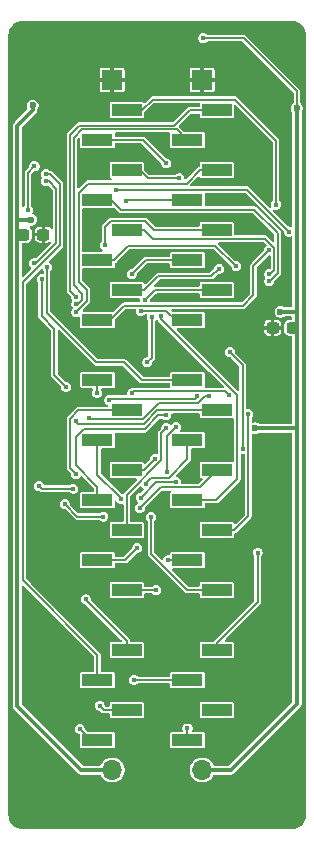
<source format=gbr>
G04 #@! TF.GenerationSoftware,KiCad,Pcbnew,9.0.6*
G04 #@! TF.CreationDate,2025-12-15T20:36:39+09:00*
G04 #@! TF.ProjectId,bionic-hd64180s,62696f6e-6963-42d6-9864-363431383073,1*
G04 #@! TF.SameCoordinates,Original*
G04 #@! TF.FileFunction,Copper,L2,Bot*
G04 #@! TF.FilePolarity,Positive*
%FSLAX46Y46*%
G04 Gerber Fmt 4.6, Leading zero omitted, Abs format (unit mm)*
G04 Created by KiCad (PCBNEW 9.0.6) date 2025-12-15 20:36:39*
%MOMM*%
%LPD*%
G01*
G04 APERTURE LIST*
G04 Aperture macros list*
%AMRoundRect*
0 Rectangle with rounded corners*
0 $1 Rounding radius*
0 $2 $3 $4 $5 $6 $7 $8 $9 X,Y pos of 4 corners*
0 Add a 4 corners polygon primitive as box body*
4,1,4,$2,$3,$4,$5,$6,$7,$8,$9,$2,$3,0*
0 Add four circle primitives for the rounded corners*
1,1,$1+$1,$2,$3*
1,1,$1+$1,$4,$5*
1,1,$1+$1,$6,$7*
1,1,$1+$1,$8,$9*
0 Add four rect primitives between the rounded corners*
20,1,$1+$1,$2,$3,$4,$5,0*
20,1,$1+$1,$4,$5,$6,$7,0*
20,1,$1+$1,$6,$7,$8,$9,0*
20,1,$1+$1,$8,$9,$2,$3,0*%
G04 Aperture macros list end*
G04 #@! TA.AperFunction,SMDPad,CuDef*
%ADD10RoundRect,0.237500X-0.300000X-0.237500X0.300000X-0.237500X0.300000X0.237500X-0.300000X0.237500X0*%
G04 #@! TD*
G04 #@! TA.AperFunction,ComponentPad*
%ADD11O,1.700000X1.700000*%
G04 #@! TD*
G04 #@! TA.AperFunction,SMDPad,CuDef*
%ADD12R,2.510000X1.000000*%
G04 #@! TD*
G04 #@! TA.AperFunction,ComponentPad*
%ADD13R,1.700000X1.700000*%
G04 #@! TD*
G04 #@! TA.AperFunction,SMDPad,CuDef*
%ADD14RoundRect,0.237500X0.300000X0.237500X-0.300000X0.237500X-0.300000X-0.237500X0.300000X-0.237500X0*%
G04 #@! TD*
G04 #@! TA.AperFunction,ViaPad*
%ADD15C,0.450000*%
G04 #@! TD*
G04 #@! TA.AperFunction,ViaPad*
%ADD16C,0.600000*%
G04 #@! TD*
G04 #@! TA.AperFunction,Conductor*
%ADD17C,0.150000*%
G04 #@! TD*
G04 #@! TA.AperFunction,Conductor*
%ADD18C,0.365000*%
G04 #@! TD*
G04 APERTURE END LIST*
D10*
X102348400Y-88161000D03*
X104073400Y-88161000D03*
D11*
X117510000Y-133500000D03*
D12*
X116265400Y-130960000D03*
X118754600Y-128420000D03*
X116265400Y-125880000D03*
X118754600Y-123340000D03*
X118754600Y-118260000D03*
X116265400Y-115720000D03*
X118754600Y-113180000D03*
X116265400Y-110640000D03*
X118754600Y-108100000D03*
X116265400Y-105560000D03*
X118754600Y-103020000D03*
X116265400Y-100480000D03*
X116265400Y-95400000D03*
X118754600Y-92860000D03*
X116265400Y-90320000D03*
X118754600Y-87780000D03*
X116265400Y-85240000D03*
X118754600Y-82700000D03*
X116265400Y-80160000D03*
X118754600Y-77620000D03*
D13*
X117510000Y-75080000D03*
X109890000Y-75080000D03*
D12*
X111134600Y-77620000D03*
X108645400Y-80160000D03*
X111134600Y-82700000D03*
X108645400Y-85240000D03*
X111134600Y-87780000D03*
X108645400Y-90320000D03*
X111134600Y-92860000D03*
X108645400Y-95400000D03*
X108645400Y-100480000D03*
X111134600Y-103020000D03*
X108645400Y-105560000D03*
X111134600Y-108100000D03*
X108645400Y-110640000D03*
X111134600Y-113180000D03*
X108645400Y-115720000D03*
X111134600Y-118260000D03*
X111134600Y-123340000D03*
X108645400Y-125880000D03*
X111134600Y-128420000D03*
X108645400Y-130960000D03*
D11*
X109890000Y-133500000D03*
D14*
X125206200Y-96060400D03*
X123481200Y-96060400D03*
D15*
X117611600Y-71524000D03*
D16*
X103022800Y-86916400D03*
X103159000Y-77213600D03*
X125536400Y-77467600D03*
X121996600Y-104555001D03*
X124139400Y-94714200D03*
D15*
X107883400Y-87602200D03*
X107883400Y-82725400D03*
X109483600Y-98371800D03*
X122132800Y-80185400D03*
D16*
X122234400Y-105737800D03*
D15*
X112734800Y-98067000D03*
X109229600Y-107846000D03*
X113369800Y-82192000D03*
D16*
X105241800Y-106423600D03*
X119465800Y-105687000D03*
D15*
X112430000Y-95298400D03*
X107883400Y-91844000D03*
X119364200Y-94714200D03*
X113471400Y-105941000D03*
D16*
X103311400Y-132331600D03*
D15*
X114475000Y-103470000D03*
X118919700Y-91043900D03*
X103311400Y-82369800D03*
X108823200Y-128039000D03*
X102752600Y-86103600D03*
X114475000Y-104544000D03*
X123199674Y-92101680D03*
X113522899Y-107134101D03*
X123758400Y-85621000D03*
X123148800Y-89507200D03*
X107146800Y-129994800D03*
X114475000Y-82141200D03*
X106816600Y-108455600D03*
X112289925Y-110427629D03*
X110623900Y-110521400D03*
X115300200Y-109105000D03*
X103278800Y-90602393D03*
X107654800Y-119047400D03*
X104251200Y-83639800D03*
X120405600Y-90828000D03*
X115579600Y-83393000D03*
X108594600Y-101546800D03*
X112023600Y-114678600D03*
X114512800Y-108255000D03*
X115287500Y-104455100D03*
X113623800Y-118260000D03*
X123187599Y-91501799D03*
X104251200Y-83014000D03*
X116265000Y-129969000D03*
X121389000Y-103350200D03*
X111591800Y-101597600D03*
X119821400Y-101775400D03*
X112245952Y-111319552D03*
X105876800Y-110970200D03*
X109128000Y-112037000D03*
X114025000Y-95062600D03*
X114614400Y-115745400D03*
X109280400Y-89075400D03*
X112868000Y-98975200D03*
X113179600Y-112087800D03*
X113235800Y-95157100D03*
X105978400Y-101038800D03*
X103921000Y-91920200D03*
X106806000Y-103942900D03*
X112658600Y-93723600D03*
X122209000Y-115085000D03*
X110194800Y-84351000D03*
X124860500Y-87907000D03*
X106842000Y-94714200D03*
X111555000Y-91503900D03*
X112328400Y-94630800D03*
X112729600Y-109269099D03*
X103692400Y-109446200D03*
X106588000Y-109674800D03*
X106867400Y-94053800D03*
X104378200Y-90904200D03*
X111100400Y-85307400D03*
X106816600Y-93418800D03*
X111744200Y-125854600D03*
X117109404Y-101869800D03*
X109648001Y-102168401D03*
X107968700Y-103695200D03*
X118068800Y-101869800D03*
X120931800Y-106296600D03*
X119875000Y-98117800D03*
D17*
X125536400Y-76045200D02*
X121015200Y-71524000D01*
D18*
X101863600Y-86916400D02*
X101863600Y-78940800D01*
X103022800Y-86916400D02*
X101863600Y-86916400D01*
X109890000Y-133500000D02*
X107273800Y-133500000D01*
X125536400Y-94714200D02*
X125536400Y-104544000D01*
X101863600Y-128089800D02*
X101863600Y-86916400D01*
X124139400Y-94714200D02*
X125536400Y-94714200D01*
D17*
X125536400Y-77467600D02*
X125536400Y-76045200D01*
D18*
X125536400Y-77467600D02*
X125536400Y-94714200D01*
X125536400Y-127886600D02*
X119923000Y-133500000D01*
X103159000Y-77645400D02*
X103159000Y-77213600D01*
X119923000Y-133500000D02*
X117510000Y-133500000D01*
D17*
X121015200Y-71524000D02*
X117611600Y-71524000D01*
D18*
X103159000Y-77645400D02*
X101863600Y-78940800D01*
X125536400Y-104544000D02*
X125536400Y-127886600D01*
X122007601Y-104544000D02*
X125536400Y-104544000D01*
X121996600Y-104555001D02*
X122007601Y-104544000D01*
X107273800Y-133500000D02*
X101863600Y-128089800D01*
D17*
X114475000Y-103470000D02*
X113808800Y-103470000D01*
X108645400Y-109497000D02*
X108645400Y-110640000D01*
X106791200Y-105321800D02*
X106791200Y-107642800D01*
X112633200Y-104645600D02*
X107467400Y-104645600D01*
X106791200Y-107642800D02*
X108645400Y-109497000D01*
X113808800Y-103470000D02*
X112633200Y-104645600D01*
X107467400Y-104645600D02*
X106791200Y-105321800D01*
X118297400Y-91666200D02*
X113810100Y-91666200D01*
X112616300Y-92860000D02*
X111134600Y-92860000D01*
X118919700Y-91043900D02*
X118297400Y-91666200D01*
X113810100Y-91666200D02*
X112616300Y-92860000D01*
X103311400Y-82369800D02*
X102752600Y-82928600D01*
X108823200Y-128039000D02*
X109204200Y-128420000D01*
X102752600Y-82928600D02*
X102752600Y-86103600D01*
X109204200Y-128420000D02*
X111134600Y-128420000D01*
X114030200Y-107287200D02*
X111141800Y-110175600D01*
X114473584Y-104638205D02*
X114380795Y-104638205D01*
X114030200Y-105356800D02*
X114030200Y-107287200D01*
X111134600Y-110175600D02*
X111134600Y-113180000D01*
X114030200Y-104988800D02*
X114475000Y-104544000D01*
X114030200Y-105356800D02*
X114030200Y-104988800D01*
X114380795Y-104638205D02*
X114030200Y-104988800D01*
X111141800Y-110175600D02*
X111134600Y-110175600D01*
X108645400Y-85240000D02*
X109813800Y-85240000D01*
X123907000Y-91420209D02*
X123225529Y-92101680D01*
X121904800Y-86053400D02*
X123907000Y-88055600D01*
X110627200Y-86053400D02*
X121904800Y-86053400D01*
X123907000Y-88055600D02*
X123907000Y-91420209D01*
X109813800Y-85240000D02*
X110627200Y-86053400D01*
X123225529Y-92101680D02*
X123199674Y-92101680D01*
X112557000Y-108100000D02*
X111134600Y-108100000D01*
X113522899Y-107134101D02*
X112557000Y-108100000D01*
X123758400Y-85621000D02*
X123758400Y-80210800D01*
X112430000Y-77620000D02*
X111134600Y-77620000D01*
X120278600Y-76731000D02*
X113319000Y-76731000D01*
X123758400Y-80210800D02*
X120278600Y-76731000D01*
X113319000Y-76731000D02*
X112430000Y-77620000D01*
X110906000Y-94180800D02*
X120989800Y-94180800D01*
X108645400Y-95400000D02*
X109686800Y-95400000D01*
X121853400Y-93317200D02*
X121853400Y-90802600D01*
X120989800Y-94180800D02*
X121853400Y-93317200D01*
X121853400Y-90802600D02*
X123148800Y-89507200D01*
X109686800Y-95400000D02*
X110906000Y-94180800D01*
X107146800Y-129994800D02*
X108112000Y-130960000D01*
X108112000Y-130960000D02*
X108645400Y-130960000D01*
X114475000Y-82141200D02*
X112493800Y-80160000D01*
X112493800Y-80160000D02*
X108645400Y-80160000D01*
X106314500Y-103741800D02*
X107036300Y-103020000D01*
X106816600Y-108455600D02*
X106314500Y-107953500D01*
X107036300Y-103020000D02*
X111134600Y-103020000D01*
X106314500Y-107953500D02*
X106314500Y-103741800D01*
X113612554Y-109105000D02*
X112289925Y-110427629D01*
X108645400Y-108506400D02*
X108645400Y-105560000D01*
X115300200Y-109105000D02*
X113612554Y-109105000D01*
X110623900Y-110521400D02*
X110623900Y-110484900D01*
X110623900Y-110484900D02*
X108645400Y-108506400D01*
X103278801Y-90602394D02*
X103410006Y-90602394D01*
X105165600Y-84274800D02*
X104530600Y-83639800D01*
X111134600Y-122552600D02*
X111134600Y-123340000D01*
X107654800Y-119047400D02*
X107654800Y-119072800D01*
X103410006Y-90602394D02*
X105165600Y-88846800D01*
X107654800Y-119072800D02*
X111134600Y-122552600D01*
X104530600Y-83639800D02*
X104251200Y-83639800D01*
X103278800Y-90602393D02*
X103278801Y-90602394D01*
X105165600Y-88846800D02*
X105165600Y-84274800D01*
X110042400Y-90320000D02*
X108645400Y-90320000D01*
X118627600Y-89100800D02*
X111261600Y-89100800D01*
X120405600Y-90828000D02*
X120354800Y-90828000D01*
X120354800Y-90828000D02*
X118627600Y-89100800D01*
X111261600Y-89100800D02*
X110042400Y-90320000D01*
X112919800Y-83393000D02*
X112226800Y-82700000D01*
X112226800Y-82700000D02*
X111134600Y-82700000D01*
X115579600Y-83393000D02*
X112919800Y-83393000D01*
X108594600Y-100530800D02*
X108645400Y-100480000D01*
X108594600Y-101546800D02*
X108594600Y-100530800D01*
X112023600Y-114678600D02*
X110982200Y-115720000D01*
X114512800Y-108255000D02*
X114512800Y-105229800D01*
X114512800Y-105229800D02*
X115287500Y-104455100D01*
X110982200Y-115720000D02*
X108645400Y-115720000D01*
X113623800Y-118260000D02*
X111134600Y-118260000D01*
X112616300Y-87780000D02*
X111134600Y-87780000D01*
X113343000Y-88506700D02*
X112616300Y-87780000D01*
X123606000Y-89278600D02*
X122834100Y-88506700D01*
X123262401Y-91501799D02*
X123606000Y-91158200D01*
X123187599Y-91501799D02*
X123262401Y-91501799D01*
X122834100Y-88506700D02*
X113343000Y-88506700D01*
X123606000Y-91158200D02*
X123606000Y-89278600D01*
X104616000Y-83014000D02*
X105466600Y-83864600D01*
X105466600Y-83864600D02*
X105466600Y-89050989D01*
X105466600Y-89050989D02*
X102354800Y-92162789D01*
X104251200Y-83014000D02*
X104616000Y-83014000D01*
X102354800Y-92162789D02*
X102354800Y-117430400D01*
X108645400Y-123721000D02*
X108645400Y-125880000D01*
X102354800Y-117430400D02*
X108645400Y-123721000D01*
X116265400Y-130960000D02*
X116265000Y-130960000D01*
X116265000Y-129969000D02*
X116265000Y-130960000D01*
X111591800Y-101508800D02*
X111591800Y-101597600D01*
X120236300Y-113180000D02*
X118754600Y-113180000D01*
X121421600Y-111994700D02*
X120236300Y-113180000D01*
X119465800Y-101419800D02*
X111680800Y-101419800D01*
X119821400Y-101775400D02*
X119465800Y-101419800D01*
X121421600Y-103365700D02*
X121421600Y-111994700D01*
X121406100Y-103350200D02*
X121421600Y-103365700D01*
X111680800Y-101419800D02*
X111591800Y-101508800D01*
X121389000Y-103350200D02*
X121406100Y-103350200D01*
X106943600Y-112037000D02*
X105876800Y-110970200D01*
X112245952Y-111319552D02*
X113992304Y-109573200D01*
X118754600Y-108125400D02*
X118754600Y-108100000D01*
X117306800Y-109573200D02*
X118754600Y-108125400D01*
X113992304Y-109573200D02*
X117306800Y-109573200D01*
X109128000Y-112037000D02*
X106943600Y-112037000D01*
X116265400Y-110640000D02*
X118703800Y-110640000D01*
X114025000Y-95293200D02*
X114025000Y-95062600D01*
X118703800Y-110640000D02*
X120481800Y-108862000D01*
X120481800Y-101750000D02*
X114025000Y-95293200D01*
X120481800Y-108862000D02*
X120481800Y-101750000D01*
X116240000Y-115745400D02*
X116265400Y-115720000D01*
X114614400Y-115745400D02*
X116240000Y-115745400D01*
X109280400Y-89075400D02*
X109280400Y-87484098D01*
X109280400Y-87484098D02*
X109771898Y-86992600D01*
X113471400Y-87780000D02*
X118754600Y-87780000D01*
X112684000Y-86992600D02*
X113471400Y-87780000D01*
X109771898Y-86992600D02*
X112684000Y-86992600D01*
X113235800Y-95157100D02*
X113235800Y-98607400D01*
X113235800Y-98607400D02*
X112868000Y-98975200D01*
X116265400Y-118260000D02*
X118754600Y-118260000D01*
X113179600Y-115174200D02*
X116265400Y-118260000D01*
X113179600Y-112087800D02*
X113179600Y-115174200D01*
X103921000Y-91920200D02*
X103921000Y-95095200D01*
X106806000Y-103942900D02*
X107036300Y-104173200D01*
X113725400Y-103020000D02*
X118754600Y-103020000D01*
X104987800Y-96162000D02*
X104987800Y-100048200D01*
X104987800Y-100048200D02*
X105978400Y-101038800D01*
X107036300Y-104173200D02*
X112572200Y-104173200D01*
X103921000Y-95095200D02*
X104987800Y-96162000D01*
X112572200Y-104173200D02*
X113725400Y-103020000D01*
X112658600Y-93723600D02*
X113522200Y-92860000D01*
X113522200Y-92860000D02*
X118754600Y-92860000D01*
X110194800Y-84351000D02*
X121304500Y-84351000D01*
X118754600Y-122755800D02*
X118754600Y-123340000D01*
X122209000Y-115085000D02*
X122209000Y-119301400D01*
X121304500Y-84351000D02*
X124860500Y-87907000D01*
X122209000Y-119301400D02*
X118754600Y-122755800D01*
X106842000Y-94714200D02*
X106844811Y-94714200D01*
X106844811Y-94714200D02*
X107756400Y-93802611D01*
X107756400Y-93802611D02*
X107756400Y-92860000D01*
X107756400Y-92860000D02*
X107045200Y-92148800D01*
X107045200Y-92148800D02*
X107045200Y-84633200D01*
X117332200Y-82700000D02*
X118754600Y-82700000D01*
X107835400Y-83843000D02*
X116189200Y-83843000D01*
X107045200Y-84633200D02*
X107835400Y-83843000D01*
X116189200Y-83843000D02*
X117332200Y-82700000D01*
X112734800Y-90320000D02*
X116265400Y-90320000D01*
X111555000Y-91503900D02*
X111555000Y-91499800D01*
X111555000Y-91499800D02*
X112734800Y-90320000D01*
X114487400Y-94612600D02*
X115274800Y-95400000D01*
X115274800Y-95400000D02*
X116265400Y-95400000D01*
X112346600Y-94612600D02*
X114487400Y-94612600D01*
X112328400Y-94630800D02*
X112346600Y-94612600D01*
X114665200Y-108785800D02*
X116265400Y-107185600D01*
X112729600Y-109269099D02*
X112827000Y-109171699D01*
X116265400Y-107185600D02*
X116265400Y-105560000D01*
X112827000Y-109171699D02*
X112827000Y-109141400D01*
X112827000Y-109141400D02*
X113182600Y-108785800D01*
X113182600Y-108785800D02*
X114665200Y-108785800D01*
X103921000Y-109674800D02*
X103692400Y-109446200D01*
X106588000Y-109674800D02*
X103921000Y-109674800D01*
X106994400Y-94053800D02*
X106867400Y-94053800D01*
X115347200Y-79241800D02*
X107356600Y-79241800D01*
X107350000Y-93164800D02*
X107350000Y-93698200D01*
X106638800Y-79959600D02*
X106638800Y-92453600D01*
X107350000Y-93698200D02*
X106994400Y-94053800D01*
X116265400Y-80160000D02*
X115347200Y-79241800D01*
X106638800Y-92453600D02*
X107350000Y-93164800D01*
X107356600Y-79241800D02*
X106638800Y-79959600D01*
X112379200Y-100480000D02*
X116265400Y-100480000D01*
X104378200Y-90904200D02*
X104378200Y-94817200D01*
X108542400Y-98981400D02*
X110880600Y-98981400D01*
X110880600Y-98981400D02*
X112379200Y-100480000D01*
X104378200Y-94817200D02*
X108542400Y-98981400D01*
X111167800Y-85240000D02*
X116265400Y-85240000D01*
X111100400Y-85307400D02*
X111167800Y-85240000D01*
X116443200Y-77645400D02*
X115147800Y-78940800D01*
X106308600Y-79728200D02*
X106308600Y-92910800D01*
X115147800Y-78940800D02*
X107096000Y-78940800D01*
X118729200Y-77645400D02*
X116443200Y-77645400D01*
X118754600Y-77620000D02*
X118729200Y-77645400D01*
X106308600Y-92910800D02*
X106816600Y-93418800D01*
X107096000Y-78940800D02*
X106308600Y-79728200D01*
X111744200Y-125854600D02*
X111769600Y-125880000D01*
X111769600Y-125880000D02*
X116265400Y-125880000D01*
X109761602Y-102054800D02*
X116925800Y-102054800D01*
X116925800Y-102054800D02*
X117109404Y-101871196D01*
X117109404Y-101871196D02*
X117109404Y-101869800D01*
X109648001Y-102168401D02*
X109761602Y-102054800D01*
X118068800Y-101869800D02*
X117745800Y-101869800D01*
X117745800Y-101869800D02*
X117172000Y-102443600D01*
X108034100Y-103760600D02*
X107968700Y-103695200D01*
X117172000Y-102443600D02*
X113844600Y-102443600D01*
X113844600Y-102443600D02*
X112527600Y-103760600D01*
X112527600Y-103760600D02*
X108034100Y-103760600D01*
X120931800Y-105509200D02*
X120931800Y-106296600D01*
X120939000Y-105502000D02*
X120931800Y-105509200D01*
X119875000Y-98120600D02*
X120939000Y-99184600D01*
X120939000Y-99184600D02*
X120939000Y-105502000D01*
X119875000Y-98117800D02*
X119875000Y-98120600D01*
G04 #@! TA.AperFunction,Conductor*
G36*
X117258291Y-103314407D02*
G01*
X117294255Y-103363907D01*
X117299100Y-103394500D01*
X117299100Y-103539746D01*
X117299101Y-103539758D01*
X117310732Y-103598227D01*
X117310734Y-103598233D01*
X117355045Y-103664548D01*
X117355048Y-103664552D01*
X117421369Y-103708867D01*
X117457360Y-103716026D01*
X117479841Y-103720498D01*
X117479846Y-103720498D01*
X117479852Y-103720500D01*
X117479853Y-103720500D01*
X120029347Y-103720500D01*
X120029348Y-103720500D01*
X120029349Y-103720499D01*
X120029355Y-103720499D01*
X120053349Y-103715725D01*
X120087831Y-103708867D01*
X120087832Y-103708866D01*
X120087984Y-103708836D01*
X120148745Y-103716026D01*
X120193676Y-103757558D01*
X120206300Y-103805933D01*
X120206300Y-107314066D01*
X120187393Y-107372257D01*
X120137893Y-107408221D01*
X120087986Y-107411164D01*
X120087831Y-107411133D01*
X120070535Y-107407692D01*
X120029350Y-107399500D01*
X120029348Y-107399500D01*
X117479852Y-107399500D01*
X117479851Y-107399500D01*
X117479841Y-107399501D01*
X117421372Y-107411132D01*
X117421366Y-107411134D01*
X117355051Y-107455445D01*
X117355045Y-107455451D01*
X117310734Y-107521766D01*
X117310732Y-107521772D01*
X117299101Y-107580241D01*
X117299100Y-107580253D01*
X117299100Y-108619746D01*
X117299101Y-108619758D01*
X117310732Y-108678227D01*
X117310734Y-108678233D01*
X117336546Y-108716863D01*
X117355048Y-108744552D01*
X117421369Y-108788867D01*
X117473381Y-108799212D01*
X117526764Y-108829109D01*
X117552380Y-108884674D01*
X117540443Y-108944684D01*
X117524070Y-108966313D01*
X117221681Y-109268703D01*
X117167164Y-109296481D01*
X117151677Y-109297700D01*
X115818095Y-109297700D01*
X115759904Y-109278793D01*
X115723940Y-109229293D01*
X115722469Y-109173075D01*
X115725700Y-109161018D01*
X115725700Y-109048982D01*
X115696703Y-108940763D01*
X115696701Y-108940760D01*
X115696701Y-108940758D01*
X115640686Y-108843739D01*
X115640685Y-108843737D01*
X115561463Y-108764515D01*
X115561460Y-108764513D01*
X115464440Y-108708498D01*
X115464442Y-108708498D01*
X115432897Y-108700046D01*
X115367973Y-108682649D01*
X115316661Y-108649327D01*
X115294734Y-108592206D01*
X115310569Y-108533105D01*
X115323589Y-108517026D01*
X116498958Y-107341658D01*
X116540900Y-107240400D01*
X116540900Y-107130800D01*
X116540900Y-106359500D01*
X116559807Y-106301309D01*
X116609307Y-106265345D01*
X116639900Y-106260500D01*
X117540147Y-106260500D01*
X117540148Y-106260500D01*
X117598631Y-106248867D01*
X117664952Y-106204552D01*
X117709267Y-106138231D01*
X117720900Y-106079748D01*
X117720900Y-105040252D01*
X117719936Y-105035408D01*
X117717148Y-105021391D01*
X117709267Y-104981769D01*
X117664952Y-104915448D01*
X117664948Y-104915445D01*
X117598633Y-104871134D01*
X117598631Y-104871133D01*
X117598628Y-104871132D01*
X117598627Y-104871132D01*
X117540158Y-104859501D01*
X117540148Y-104859500D01*
X117540147Y-104859500D01*
X115716818Y-104859500D01*
X115658627Y-104840593D01*
X115622663Y-104791093D01*
X115622663Y-104729907D01*
X115631082Y-104711000D01*
X115684001Y-104619341D01*
X115684001Y-104619339D01*
X115684003Y-104619337D01*
X115713000Y-104511118D01*
X115713000Y-104399082D01*
X115684003Y-104290863D01*
X115684001Y-104290860D01*
X115684001Y-104290858D01*
X115627986Y-104193839D01*
X115627985Y-104193837D01*
X115548763Y-104114615D01*
X115548760Y-104114613D01*
X115451740Y-104058598D01*
X115451742Y-104058598D01*
X115409751Y-104047347D01*
X115343518Y-104029600D01*
X115231482Y-104029600D01*
X115165248Y-104047347D01*
X115123258Y-104058598D01*
X115026239Y-104114613D01*
X114947014Y-104193838D01*
X114930841Y-104221851D01*
X114885371Y-104262791D01*
X114824521Y-104269186D01*
X114775103Y-104242355D01*
X114736263Y-104203515D01*
X114719504Y-104193839D01*
X114639240Y-104147498D01*
X114639242Y-104147498D01*
X114597251Y-104136247D01*
X114531018Y-104118500D01*
X114418982Y-104118500D01*
X114352748Y-104136247D01*
X114310758Y-104147498D01*
X114213739Y-104203513D01*
X114134513Y-104282739D01*
X114078498Y-104379758D01*
X114069847Y-104412044D01*
X114054960Y-104467607D01*
X114049500Y-104487983D01*
X114049500Y-104538877D01*
X114030593Y-104597068D01*
X114020508Y-104608875D01*
X113874142Y-104755243D01*
X113874141Y-104755242D01*
X113796646Y-104832738D01*
X113796644Y-104832740D01*
X113796643Y-104832742D01*
X113777417Y-104879157D01*
X113754700Y-104934000D01*
X113754700Y-106626682D01*
X113735793Y-106684873D01*
X113686293Y-106720837D01*
X113630078Y-106722309D01*
X113583619Y-106709861D01*
X113578917Y-106708601D01*
X113466881Y-106708601D01*
X113416502Y-106722100D01*
X113358657Y-106737599D01*
X113261638Y-106793614D01*
X113182412Y-106872840D01*
X113126397Y-106969859D01*
X113097399Y-107078084D01*
X113097399Y-107128977D01*
X113078492Y-107187168D01*
X113068402Y-107198981D01*
X112730715Y-107536667D01*
X112676199Y-107564444D01*
X112615767Y-107554873D01*
X112578398Y-107521666D01*
X112534152Y-107455448D01*
X112534148Y-107455445D01*
X112467833Y-107411134D01*
X112467831Y-107411133D01*
X112467828Y-107411132D01*
X112467827Y-107411132D01*
X112409358Y-107399501D01*
X112409348Y-107399500D01*
X109859852Y-107399500D01*
X109859851Y-107399500D01*
X109859841Y-107399501D01*
X109801372Y-107411132D01*
X109801366Y-107411134D01*
X109735051Y-107455445D01*
X109735045Y-107455451D01*
X109690734Y-107521766D01*
X109690732Y-107521772D01*
X109679101Y-107580241D01*
X109679100Y-107580253D01*
X109679100Y-108619746D01*
X109679101Y-108619758D01*
X109690732Y-108678227D01*
X109690734Y-108678233D01*
X109716546Y-108716863D01*
X109735048Y-108744552D01*
X109801369Y-108788867D01*
X109845831Y-108797711D01*
X109859841Y-108800498D01*
X109859846Y-108800498D01*
X109859852Y-108800500D01*
X111888277Y-108800500D01*
X111946468Y-108819407D01*
X111982432Y-108868907D01*
X111982432Y-108930093D01*
X111958280Y-108969504D01*
X111004752Y-109923030D01*
X110985955Y-109935592D01*
X110986647Y-109936627D01*
X110978545Y-109942040D01*
X110901043Y-110019542D01*
X110901042Y-110019544D01*
X110883707Y-110061393D01*
X110879450Y-110066376D01*
X110878104Y-110072791D01*
X110859907Y-110089256D01*
X110843969Y-110107918D01*
X110837594Y-110109448D01*
X110832736Y-110113845D01*
X110812556Y-110115458D01*
X110784474Y-110122200D01*
X110771902Y-110120393D01*
X110769248Y-110119835D01*
X110679918Y-110095900D01*
X110655241Y-110095900D01*
X110645182Y-110093788D01*
X110627129Y-110083425D01*
X110607333Y-110076993D01*
X110595520Y-110066904D01*
X108949896Y-108421280D01*
X108922119Y-108366763D01*
X108920900Y-108351276D01*
X108920900Y-106359500D01*
X108939807Y-106301309D01*
X108989307Y-106265345D01*
X109019900Y-106260500D01*
X109920147Y-106260500D01*
X109920148Y-106260500D01*
X109978631Y-106248867D01*
X110044952Y-106204552D01*
X110089267Y-106138231D01*
X110100900Y-106079748D01*
X110100900Y-105040252D01*
X110100735Y-105039422D01*
X110100780Y-105039038D01*
X110100423Y-105035408D01*
X110101218Y-105035329D01*
X110107921Y-104978660D01*
X110149450Y-104933727D01*
X110197831Y-104921100D01*
X112687999Y-104921100D01*
X112688000Y-104921100D01*
X112789258Y-104879157D01*
X112866757Y-104801658D01*
X112866756Y-104801658D01*
X113090121Y-104578293D01*
X113893920Y-103774496D01*
X113901037Y-103770869D01*
X113905733Y-103764407D01*
X113927781Y-103757243D01*
X113948437Y-103746719D01*
X113963924Y-103745500D01*
X114107744Y-103745500D01*
X114165935Y-103764407D01*
X114177747Y-103774496D01*
X114213737Y-103810485D01*
X114310759Y-103866501D01*
X114310757Y-103866501D01*
X114310761Y-103866502D01*
X114310763Y-103866503D01*
X114418982Y-103895500D01*
X114418984Y-103895500D01*
X114531016Y-103895500D01*
X114531018Y-103895500D01*
X114639237Y-103866503D01*
X114639239Y-103866501D01*
X114639241Y-103866501D01*
X114699900Y-103831479D01*
X114736263Y-103810485D01*
X114815485Y-103731263D01*
X114865954Y-103643848D01*
X114871501Y-103634241D01*
X114871501Y-103634239D01*
X114871503Y-103634237D01*
X114900500Y-103526018D01*
X114900500Y-103413982D01*
X114900499Y-103413981D01*
X114899653Y-103407550D01*
X114902822Y-103407132D01*
X114905355Y-103359002D01*
X114943871Y-103311460D01*
X114997772Y-103295500D01*
X117200100Y-103295500D01*
X117258291Y-103314407D01*
G37*
G04 #@! TD.AperFunction*
G04 #@! TA.AperFunction,Conductor*
G36*
X121207568Y-84645407D02*
G01*
X121219381Y-84655496D01*
X124406004Y-87842119D01*
X124433781Y-87896636D01*
X124435000Y-87912123D01*
X124435000Y-87963018D01*
X124447857Y-88011000D01*
X124463998Y-88071241D01*
X124516857Y-88162793D01*
X124520015Y-88168263D01*
X124599237Y-88247485D01*
X124599239Y-88247486D01*
X124696259Y-88303501D01*
X124696257Y-88303501D01*
X124696261Y-88303502D01*
X124696263Y-88303503D01*
X124804482Y-88332500D01*
X124804484Y-88332500D01*
X124916517Y-88332500D01*
X124916518Y-88332500D01*
X125024737Y-88303503D01*
X125024739Y-88303501D01*
X125028776Y-88302420D01*
X125089878Y-88305621D01*
X125137428Y-88344126D01*
X125153400Y-88398046D01*
X125153400Y-94232200D01*
X125134493Y-94290391D01*
X125084993Y-94326355D01*
X125054400Y-94331200D01*
X124503127Y-94331200D01*
X124453426Y-94315051D01*
X124452334Y-94316944D01*
X124332589Y-94247809D01*
X124332591Y-94247809D01*
X124283199Y-94234575D01*
X124205292Y-94213700D01*
X124073508Y-94213700D01*
X123995600Y-94234575D01*
X123946209Y-94247809D01*
X123832090Y-94313696D01*
X123738896Y-94406890D01*
X123673009Y-94521009D01*
X123665251Y-94549963D01*
X123638900Y-94648308D01*
X123638900Y-94780092D01*
X123650068Y-94821772D01*
X123673009Y-94907390D01*
X123738896Y-95021509D01*
X123738898Y-95021511D01*
X123738900Y-95021514D01*
X123832086Y-95114700D01*
X123832088Y-95114701D01*
X123832090Y-95114703D01*
X123946210Y-95180590D01*
X123946208Y-95180590D01*
X123946212Y-95180591D01*
X123946214Y-95180592D01*
X124073508Y-95214700D01*
X124073510Y-95214700D01*
X124205290Y-95214700D01*
X124205292Y-95214700D01*
X124332586Y-95180592D01*
X124332588Y-95180590D01*
X124332590Y-95180590D01*
X124452334Y-95111456D01*
X124453698Y-95113818D01*
X124500543Y-95097234D01*
X124503127Y-95097200D01*
X125054400Y-95097200D01*
X125069312Y-95102045D01*
X125084993Y-95102045D01*
X125097678Y-95111261D01*
X125112591Y-95116107D01*
X125121807Y-95128792D01*
X125134493Y-95138009D01*
X125139338Y-95152921D01*
X125148555Y-95165607D01*
X125153400Y-95196200D01*
X125153400Y-95285900D01*
X125134493Y-95344091D01*
X125084993Y-95380055D01*
X125054400Y-95384900D01*
X124853433Y-95384900D01*
X124823855Y-95387674D01*
X124823847Y-95387676D01*
X124699223Y-95431284D01*
X124592993Y-95509685D01*
X124592985Y-95509693D01*
X124514584Y-95615923D01*
X124470976Y-95740547D01*
X124470974Y-95740555D01*
X124468200Y-95770133D01*
X124468200Y-96350666D01*
X124470974Y-96380244D01*
X124470974Y-96380247D01*
X124470975Y-96380249D01*
X124470975Y-96380251D01*
X124470976Y-96380252D01*
X124514584Y-96504876D01*
X124592721Y-96610748D01*
X124592989Y-96611111D01*
X124592992Y-96611113D01*
X124592993Y-96611114D01*
X124699223Y-96689515D01*
X124699224Y-96689515D01*
X124699225Y-96689516D01*
X124823851Y-96733125D01*
X124848112Y-96735400D01*
X124853433Y-96735899D01*
X124853438Y-96735900D01*
X124853444Y-96735900D01*
X125054400Y-96735900D01*
X125112591Y-96754807D01*
X125148555Y-96804307D01*
X125153400Y-96834900D01*
X125153400Y-104062000D01*
X125134493Y-104120191D01*
X125084993Y-104156155D01*
X125054400Y-104161000D01*
X122341698Y-104161000D01*
X122292198Y-104147736D01*
X122189789Y-104088610D01*
X122189791Y-104088610D01*
X122140399Y-104075376D01*
X122062492Y-104054501D01*
X121930708Y-104054501D01*
X121915418Y-104058598D01*
X121821722Y-104083703D01*
X121760621Y-104080500D01*
X121713071Y-104041995D01*
X121697100Y-103988076D01*
X121697100Y-103684855D01*
X121716007Y-103626664D01*
X121726090Y-103614857D01*
X121729485Y-103611463D01*
X121771003Y-103539551D01*
X121785501Y-103514441D01*
X121785501Y-103514439D01*
X121785503Y-103514437D01*
X121814500Y-103406218D01*
X121814500Y-103294182D01*
X121785503Y-103185963D01*
X121785501Y-103185960D01*
X121785501Y-103185958D01*
X121729486Y-103088939D01*
X121729485Y-103088937D01*
X121650263Y-103009715D01*
X121650260Y-103009713D01*
X121553240Y-102953698D01*
X121553242Y-102953698D01*
X121511251Y-102942447D01*
X121445018Y-102924700D01*
X121332982Y-102924700D01*
X121332981Y-102924700D01*
X121326550Y-102925547D01*
X121326132Y-102922377D01*
X121278002Y-102919845D01*
X121230460Y-102881329D01*
X121214500Y-102827428D01*
X121214500Y-99129800D01*
X121175729Y-99036200D01*
X121175726Y-99036193D01*
X121172557Y-99028541D01*
X120329496Y-98185480D01*
X120301719Y-98130963D01*
X120300500Y-98115476D01*
X120300500Y-98061783D01*
X120300500Y-98061782D01*
X120271503Y-97953563D01*
X120271501Y-97953560D01*
X120271501Y-97953558D01*
X120215486Y-97856539D01*
X120215485Y-97856537D01*
X120136263Y-97777315D01*
X120136260Y-97777313D01*
X120039240Y-97721298D01*
X120039242Y-97721298D01*
X119997251Y-97710047D01*
X119931018Y-97692300D01*
X119818982Y-97692300D01*
X119752748Y-97710047D01*
X119710758Y-97721298D01*
X119613739Y-97777313D01*
X119534513Y-97856539D01*
X119478498Y-97953558D01*
X119478497Y-97953563D01*
X119449500Y-98061782D01*
X119449500Y-98173818D01*
X119452625Y-98185480D01*
X119478498Y-98282041D01*
X119534513Y-98379060D01*
X119534515Y-98379063D01*
X119613737Y-98458285D01*
X119613739Y-98458286D01*
X119710759Y-98514301D01*
X119710757Y-98514301D01*
X119710761Y-98514302D01*
X119710763Y-98514303D01*
X119818982Y-98543300D01*
X119867077Y-98543300D01*
X119925268Y-98562207D01*
X119937081Y-98572296D01*
X120634504Y-99269719D01*
X120662281Y-99324236D01*
X120663500Y-99339723D01*
X120663500Y-101303076D01*
X120644593Y-101361267D01*
X120595093Y-101397231D01*
X120533907Y-101397231D01*
X120494496Y-101373080D01*
X115390919Y-96269504D01*
X115363142Y-96214987D01*
X115363868Y-96210401D01*
X122743700Y-96210401D01*
X122743700Y-96350601D01*
X122746471Y-96380158D01*
X122746472Y-96380159D01*
X122790030Y-96504640D01*
X122868341Y-96610748D01*
X122868351Y-96610758D01*
X122974459Y-96689069D01*
X123098940Y-96732627D01*
X123098941Y-96732628D01*
X123128499Y-96735400D01*
X123331199Y-96735400D01*
X123331200Y-96735399D01*
X123331200Y-96210401D01*
X123631200Y-96210401D01*
X123631200Y-96735399D01*
X123631201Y-96735400D01*
X123833901Y-96735400D01*
X123863458Y-96732628D01*
X123863459Y-96732627D01*
X123987940Y-96689069D01*
X124094048Y-96610758D01*
X124094058Y-96610748D01*
X124172369Y-96504640D01*
X124215927Y-96380159D01*
X124215928Y-96380158D01*
X124218700Y-96350601D01*
X124218700Y-96210401D01*
X124218699Y-96210400D01*
X123631201Y-96210400D01*
X123631200Y-96210401D01*
X123331200Y-96210401D01*
X123331199Y-96210400D01*
X122743701Y-96210400D01*
X122743700Y-96210401D01*
X115363868Y-96210401D01*
X115372713Y-96154555D01*
X115415978Y-96111290D01*
X115460923Y-96100500D01*
X117540147Y-96100500D01*
X117540148Y-96100500D01*
X117598631Y-96088867D01*
X117664952Y-96044552D01*
X117709267Y-95978231D01*
X117720900Y-95919748D01*
X117720900Y-95770198D01*
X122743700Y-95770198D01*
X122743700Y-95910399D01*
X122743701Y-95910400D01*
X123331199Y-95910400D01*
X123331200Y-95910399D01*
X123331200Y-95385401D01*
X123631200Y-95385401D01*
X123631200Y-95910399D01*
X123631201Y-95910400D01*
X124218699Y-95910400D01*
X124218700Y-95910399D01*
X124218700Y-95770198D01*
X124215928Y-95740641D01*
X124215927Y-95740640D01*
X124172369Y-95616159D01*
X124094058Y-95510051D01*
X124094048Y-95510041D01*
X123987940Y-95431730D01*
X123863459Y-95388172D01*
X123863458Y-95388171D01*
X123833901Y-95385400D01*
X123631201Y-95385400D01*
X123631200Y-95385401D01*
X123331200Y-95385401D01*
X123331199Y-95385400D01*
X123128499Y-95385400D01*
X123098941Y-95388171D01*
X123098940Y-95388172D01*
X122974459Y-95431730D01*
X122868351Y-95510041D01*
X122868341Y-95510051D01*
X122790030Y-95616159D01*
X122746472Y-95740640D01*
X122746471Y-95740641D01*
X122743700Y-95770198D01*
X117720900Y-95770198D01*
X117720900Y-94880252D01*
X117709267Y-94821769D01*
X117664952Y-94755448D01*
X117664948Y-94755445D01*
X117598633Y-94711134D01*
X117598631Y-94711133D01*
X117598628Y-94711132D01*
X117598627Y-94711132D01*
X117540158Y-94699501D01*
X117540148Y-94699500D01*
X115004923Y-94699500D01*
X114997325Y-94697031D01*
X114989436Y-94698281D01*
X114968780Y-94687756D01*
X114946732Y-94680593D01*
X114934924Y-94670509D01*
X114889718Y-94625302D01*
X114861942Y-94570787D01*
X114871513Y-94510355D01*
X114914778Y-94467090D01*
X114959723Y-94456300D01*
X121044599Y-94456300D01*
X121044600Y-94456300D01*
X121145858Y-94414357D01*
X121223357Y-94336858D01*
X122086957Y-93473258D01*
X122128900Y-93372000D01*
X122128900Y-93262400D01*
X122128900Y-90957723D01*
X122147807Y-90899532D01*
X122157896Y-90887719D01*
X123083920Y-89961696D01*
X123088935Y-89959140D01*
X123092025Y-89954437D01*
X123111788Y-89947496D01*
X123138437Y-89933919D01*
X123149261Y-89932810D01*
X123151594Y-89932700D01*
X123204818Y-89932700D01*
X123216184Y-89929654D01*
X123226837Y-89929152D01*
X123246555Y-89934546D01*
X123266970Y-89935614D01*
X123275395Y-89942436D01*
X123285854Y-89945297D01*
X123298636Y-89961252D01*
X123314523Y-89974115D01*
X123317798Y-89985171D01*
X123324109Y-89993048D01*
X123324861Y-90009011D01*
X123330500Y-90028042D01*
X123330500Y-90977299D01*
X123311593Y-91035490D01*
X123262093Y-91071454D01*
X123231500Y-91076299D01*
X123131581Y-91076299D01*
X123065347Y-91094046D01*
X123023357Y-91105297D01*
X122926338Y-91161312D01*
X122847112Y-91240538D01*
X122791097Y-91337557D01*
X122791096Y-91337562D01*
X122762099Y-91445781D01*
X122762099Y-91557817D01*
X122762662Y-91559918D01*
X122791097Y-91666040D01*
X122846902Y-91762696D01*
X122859624Y-91822544D01*
X122846903Y-91861695D01*
X122803172Y-91937439D01*
X122803171Y-91937443D01*
X122774174Y-92045662D01*
X122774174Y-92157698D01*
X122780541Y-92181460D01*
X122803172Y-92265921D01*
X122859187Y-92362940D01*
X122859189Y-92362943D01*
X122938411Y-92442165D01*
X122938413Y-92442166D01*
X123035433Y-92498181D01*
X123035431Y-92498181D01*
X123035435Y-92498182D01*
X123035437Y-92498183D01*
X123143656Y-92527180D01*
X123143658Y-92527180D01*
X123255690Y-92527180D01*
X123255692Y-92527180D01*
X123363911Y-92498183D01*
X123363913Y-92498181D01*
X123363915Y-92498181D01*
X123392738Y-92481539D01*
X123460937Y-92442165D01*
X123540159Y-92362943D01*
X123589834Y-92276904D01*
X123596175Y-92265921D01*
X123596175Y-92265919D01*
X123596177Y-92265917D01*
X123625174Y-92157698D01*
X123625174Y-92132658D01*
X123644081Y-92074467D01*
X123654170Y-92062654D01*
X123876407Y-91840417D01*
X124140558Y-91576267D01*
X124162333Y-91523697D01*
X124182500Y-91475010D01*
X124182500Y-88000800D01*
X124144475Y-87909001D01*
X124144475Y-87909000D01*
X124140557Y-87899542D01*
X124140557Y-87899541D01*
X122060858Y-85819843D01*
X122060856Y-85819842D01*
X122060855Y-85819841D01*
X122056971Y-85818233D01*
X122056966Y-85818229D01*
X122056966Y-85818231D01*
X121959600Y-85777900D01*
X121959599Y-85777900D01*
X117819900Y-85777900D01*
X117761709Y-85758993D01*
X117725745Y-85709493D01*
X117720900Y-85678900D01*
X117720900Y-84725500D01*
X117739807Y-84667309D01*
X117789307Y-84631345D01*
X117819900Y-84626500D01*
X121149377Y-84626500D01*
X121207568Y-84645407D01*
G37*
G04 #@! TD.AperFunction*
G04 #@! TA.AperFunction,Conductor*
G36*
X122737169Y-88801107D02*
G01*
X122748982Y-88811197D01*
X122933855Y-88996071D01*
X122961632Y-89050587D01*
X122952061Y-89111019D01*
X122913353Y-89151809D01*
X122887539Y-89166713D01*
X122808313Y-89245939D01*
X122752298Y-89342958D01*
X122752297Y-89342963D01*
X122732758Y-89415886D01*
X122723300Y-89451183D01*
X122723300Y-89502076D01*
X122704393Y-89560267D01*
X122694304Y-89572080D01*
X121697342Y-90569043D01*
X121697341Y-90569042D01*
X121619846Y-90646538D01*
X121619844Y-90646540D01*
X121619843Y-90646542D01*
X121612712Y-90663758D01*
X121577900Y-90747800D01*
X121577900Y-93162077D01*
X121558993Y-93220268D01*
X121548904Y-93232081D01*
X120904681Y-93876304D01*
X120850164Y-93904081D01*
X120834677Y-93905300D01*
X113179443Y-93905300D01*
X113121252Y-93886393D01*
X113085288Y-93836893D01*
X113080553Y-93801638D01*
X113081055Y-93790980D01*
X113084100Y-93779618D01*
X113084100Y-93726394D01*
X113084210Y-93724061D01*
X113094238Y-93697519D01*
X113103007Y-93670532D01*
X113105568Y-93667532D01*
X113105836Y-93666825D01*
X113106603Y-93666320D01*
X113113096Y-93658719D01*
X113607319Y-93164496D01*
X113661836Y-93136719D01*
X113677323Y-93135500D01*
X117200100Y-93135500D01*
X117258291Y-93154407D01*
X117294255Y-93203907D01*
X117299100Y-93234500D01*
X117299100Y-93379746D01*
X117299101Y-93379758D01*
X117310732Y-93438227D01*
X117310734Y-93438233D01*
X117335180Y-93474818D01*
X117355048Y-93504552D01*
X117421369Y-93548867D01*
X117465831Y-93557711D01*
X117479841Y-93560498D01*
X117479846Y-93560498D01*
X117479852Y-93560500D01*
X117479853Y-93560500D01*
X120029347Y-93560500D01*
X120029348Y-93560500D01*
X120087831Y-93548867D01*
X120154152Y-93504552D01*
X120198467Y-93438231D01*
X120210100Y-93379748D01*
X120210100Y-92340252D01*
X120198467Y-92281769D01*
X120154152Y-92215448D01*
X120103291Y-92181463D01*
X120087833Y-92171134D01*
X120087831Y-92171133D01*
X120087828Y-92171132D01*
X120087827Y-92171132D01*
X120029358Y-92159501D01*
X120029348Y-92159500D01*
X117479852Y-92159500D01*
X117479851Y-92159500D01*
X117479841Y-92159501D01*
X117421372Y-92171132D01*
X117421366Y-92171134D01*
X117355051Y-92215445D01*
X117355045Y-92215451D01*
X117310734Y-92281766D01*
X117310732Y-92281772D01*
X117299101Y-92340241D01*
X117299100Y-92340253D01*
X117299100Y-92485500D01*
X117280193Y-92543691D01*
X117230693Y-92579655D01*
X117200100Y-92584500D01*
X113520423Y-92584500D01*
X113462232Y-92565593D01*
X113426268Y-92516093D01*
X113426268Y-92454907D01*
X113450420Y-92415496D01*
X113895221Y-91970696D01*
X113949737Y-91942919D01*
X113965224Y-91941700D01*
X118352199Y-91941700D01*
X118352200Y-91941700D01*
X118453458Y-91899757D01*
X118530957Y-91822258D01*
X118530956Y-91822258D01*
X118854820Y-91498396D01*
X118909337Y-91470619D01*
X118924823Y-91469400D01*
X118975716Y-91469400D01*
X118975718Y-91469400D01*
X119083937Y-91440403D01*
X119083939Y-91440401D01*
X119083941Y-91440401D01*
X119118658Y-91420357D01*
X119180963Y-91384385D01*
X119260185Y-91305163D01*
X119316203Y-91208137D01*
X119345200Y-91099918D01*
X119345200Y-90987882D01*
X119316203Y-90879663D01*
X119316201Y-90879660D01*
X119316201Y-90879658D01*
X119260186Y-90782639D01*
X119260185Y-90782637D01*
X119180963Y-90703415D01*
X119165522Y-90694500D01*
X119083940Y-90647398D01*
X119083942Y-90647398D01*
X119041951Y-90636147D01*
X118975718Y-90618400D01*
X118863682Y-90618400D01*
X118797448Y-90636147D01*
X118755458Y-90647398D01*
X118658439Y-90703413D01*
X118579213Y-90782639D01*
X118523198Y-90879658D01*
X118522030Y-90884018D01*
X118501613Y-90960218D01*
X118494200Y-90987883D01*
X118494200Y-91038777D01*
X118475293Y-91096968D01*
X118465204Y-91108780D01*
X118212282Y-91361703D01*
X118157765Y-91389481D01*
X118142278Y-91390700D01*
X113755299Y-91390700D01*
X113683699Y-91420357D01*
X113683699Y-91420358D01*
X113654041Y-91432643D01*
X113654039Y-91432644D01*
X112747003Y-92339679D01*
X112692487Y-92367456D01*
X112632055Y-92357885D01*
X112588790Y-92314620D01*
X112579903Y-92288992D01*
X112578467Y-92281769D01*
X112534152Y-92215448D01*
X112483291Y-92181463D01*
X112467833Y-92171134D01*
X112467831Y-92171133D01*
X112467828Y-92171132D01*
X112467827Y-92171132D01*
X112409358Y-92159501D01*
X112409348Y-92159500D01*
X109859852Y-92159500D01*
X109859851Y-92159500D01*
X109859841Y-92159501D01*
X109801372Y-92171132D01*
X109801366Y-92171134D01*
X109735051Y-92215445D01*
X109735045Y-92215451D01*
X109690734Y-92281766D01*
X109690732Y-92281772D01*
X109679101Y-92340241D01*
X109679100Y-92340253D01*
X109679100Y-93379746D01*
X109679101Y-93379758D01*
X109690732Y-93438227D01*
X109690734Y-93438233D01*
X109715180Y-93474818D01*
X109735048Y-93504552D01*
X109801369Y-93548867D01*
X109845831Y-93557711D01*
X109859841Y-93560498D01*
X109859846Y-93560498D01*
X109859852Y-93560500D01*
X112134310Y-93560500D01*
X112192501Y-93579407D01*
X112228465Y-93628907D01*
X112233283Y-93657176D01*
X112233492Y-93666115D01*
X112233100Y-93667582D01*
X112233100Y-93779618D01*
X112236451Y-93792127D01*
X112236730Y-93803976D01*
X112231192Y-93822488D01*
X112230180Y-93841782D01*
X112222632Y-93851101D01*
X112219194Y-93862595D01*
X112203831Y-93874317D01*
X112191673Y-93889330D01*
X112179386Y-93892969D01*
X112170551Y-93899711D01*
X112155427Y-93900066D01*
X112137757Y-93905300D01*
X110851200Y-93905300D01*
X110787328Y-93931757D01*
X110787327Y-93931757D01*
X110749941Y-93947242D01*
X110022236Y-94674946D01*
X109967720Y-94702723D01*
X109932920Y-94702040D01*
X109920153Y-94699500D01*
X109920148Y-94699500D01*
X107488134Y-94699500D01*
X107429943Y-94680593D01*
X107393979Y-94631093D01*
X107393979Y-94569907D01*
X107418130Y-94530496D01*
X107628046Y-94320580D01*
X107989958Y-93958669D01*
X108017172Y-93892969D01*
X108031900Y-93857412D01*
X108031900Y-92805198D01*
X107989959Y-92703944D01*
X107989958Y-92703943D01*
X107989958Y-92703942D01*
X107349696Y-92063680D01*
X107321919Y-92009163D01*
X107320700Y-91993676D01*
X107320700Y-91447882D01*
X111129500Y-91447882D01*
X111129500Y-91559918D01*
X111155072Y-91655355D01*
X111158498Y-91668141D01*
X111213302Y-91763062D01*
X111214515Y-91765163D01*
X111293737Y-91844385D01*
X111293739Y-91844386D01*
X111390759Y-91900401D01*
X111390757Y-91900401D01*
X111390761Y-91900402D01*
X111390763Y-91900403D01*
X111498982Y-91929400D01*
X111498984Y-91929400D01*
X111611016Y-91929400D01*
X111611018Y-91929400D01*
X111719237Y-91900403D01*
X111719239Y-91900401D01*
X111719241Y-91900401D01*
X111752198Y-91881373D01*
X111816263Y-91844385D01*
X111895485Y-91765163D01*
X111934859Y-91696964D01*
X111951501Y-91668141D01*
X111951501Y-91668139D01*
X111951503Y-91668137D01*
X111980500Y-91559918D01*
X111980500Y-91504923D01*
X111999407Y-91446732D01*
X112009496Y-91434919D01*
X112819920Y-90624496D01*
X112874437Y-90596719D01*
X112889924Y-90595500D01*
X114710900Y-90595500D01*
X114769091Y-90614407D01*
X114805055Y-90663907D01*
X114809900Y-90694500D01*
X114809900Y-90839746D01*
X114809901Y-90839758D01*
X114821532Y-90898227D01*
X114821534Y-90898233D01*
X114862952Y-90960218D01*
X114865848Y-90964552D01*
X114932169Y-91008867D01*
X114976631Y-91017711D01*
X114990641Y-91020498D01*
X114990646Y-91020498D01*
X114990652Y-91020500D01*
X114990653Y-91020500D01*
X117540147Y-91020500D01*
X117540148Y-91020500D01*
X117598631Y-91008867D01*
X117664952Y-90964552D01*
X117709267Y-90898231D01*
X117720900Y-90839748D01*
X117720900Y-89800252D01*
X117709267Y-89741769D01*
X117664952Y-89675448D01*
X117664948Y-89675445D01*
X117598633Y-89631134D01*
X117598631Y-89631133D01*
X117598628Y-89631132D01*
X117598627Y-89631132D01*
X117540158Y-89619501D01*
X117540148Y-89619500D01*
X114990652Y-89619500D01*
X114990651Y-89619500D01*
X114990641Y-89619501D01*
X114932172Y-89631132D01*
X114932166Y-89631134D01*
X114865851Y-89675445D01*
X114865845Y-89675451D01*
X114821534Y-89741766D01*
X114821532Y-89741772D01*
X114809901Y-89800241D01*
X114809900Y-89800253D01*
X114809900Y-89945500D01*
X114790993Y-90003691D01*
X114741493Y-90039655D01*
X114710900Y-90044500D01*
X112679999Y-90044500D01*
X112608399Y-90074157D01*
X112608399Y-90074158D01*
X112578741Y-90086443D01*
X112083098Y-90582087D01*
X111615781Y-91049404D01*
X111561264Y-91077181D01*
X111545777Y-91078400D01*
X111498982Y-91078400D01*
X111435395Y-91095438D01*
X111390758Y-91107398D01*
X111293739Y-91163413D01*
X111214513Y-91242639D01*
X111158498Y-91339658D01*
X111145148Y-91389481D01*
X111129500Y-91447882D01*
X107320700Y-91447882D01*
X107320700Y-91119500D01*
X107339607Y-91061309D01*
X107389107Y-91025345D01*
X107419700Y-91020500D01*
X109920147Y-91020500D01*
X109920148Y-91020500D01*
X109978631Y-91008867D01*
X110044952Y-90964552D01*
X110089267Y-90898231D01*
X110100900Y-90839748D01*
X110100900Y-90660116D01*
X110119807Y-90601925D01*
X110138970Y-90582087D01*
X110149576Y-90573804D01*
X110198458Y-90553557D01*
X110275957Y-90476058D01*
X110275956Y-90476058D01*
X111346720Y-89405296D01*
X111401237Y-89377519D01*
X111416724Y-89376300D01*
X118472477Y-89376300D01*
X118530668Y-89395207D01*
X118542481Y-89405296D01*
X119951104Y-90813919D01*
X119978881Y-90868436D01*
X119980100Y-90883923D01*
X119980100Y-90884018D01*
X119995873Y-90942883D01*
X120009098Y-90992241D01*
X120065113Y-91089260D01*
X120065115Y-91089263D01*
X120144337Y-91168485D01*
X120144339Y-91168486D01*
X120241359Y-91224501D01*
X120241357Y-91224501D01*
X120241361Y-91224502D01*
X120241363Y-91224503D01*
X120349582Y-91253500D01*
X120349584Y-91253500D01*
X120461616Y-91253500D01*
X120461618Y-91253500D01*
X120569837Y-91224503D01*
X120569839Y-91224501D01*
X120569841Y-91224501D01*
X120609764Y-91201451D01*
X120666863Y-91168485D01*
X120746085Y-91089263D01*
X120785787Y-91020498D01*
X120802101Y-90992241D01*
X120802101Y-90992239D01*
X120802103Y-90992237D01*
X120831100Y-90884018D01*
X120831100Y-90771982D01*
X120802103Y-90663763D01*
X120802101Y-90663760D01*
X120802101Y-90663758D01*
X120746086Y-90566739D01*
X120746085Y-90566737D01*
X120666863Y-90487515D01*
X120666860Y-90487513D01*
X120569840Y-90431498D01*
X120569842Y-90431498D01*
X120527851Y-90420247D01*
X120461618Y-90402500D01*
X120359924Y-90402500D01*
X120301733Y-90383593D01*
X120289920Y-90373504D01*
X119944458Y-90028042D01*
X118867616Y-88951201D01*
X118839841Y-88896687D01*
X118849412Y-88836255D01*
X118892677Y-88792990D01*
X118937622Y-88782200D01*
X122678978Y-88782200D01*
X122737169Y-88801107D01*
G37*
G04 #@! TD.AperFunction*
G04 #@! TA.AperFunction,Conductor*
G36*
X110107943Y-85924730D02*
G01*
X110116651Y-85932467D01*
X110471141Y-86286957D01*
X110500799Y-86299241D01*
X110503648Y-86300421D01*
X110503656Y-86300425D01*
X110543055Y-86316744D01*
X110572400Y-86328900D01*
X121749677Y-86328900D01*
X121807868Y-86347807D01*
X121819681Y-86357896D01*
X123602504Y-88140719D01*
X123630281Y-88195236D01*
X123631500Y-88210723D01*
X123631500Y-88675476D01*
X123612593Y-88733667D01*
X123563093Y-88769631D01*
X123501907Y-88769631D01*
X123462497Y-88745480D01*
X122990161Y-88273146D01*
X122990158Y-88273143D01*
X122888900Y-88231200D01*
X122888899Y-88231200D01*
X120309100Y-88231200D01*
X120250909Y-88212293D01*
X120214945Y-88162793D01*
X120210100Y-88132200D01*
X120210100Y-87260253D01*
X120210098Y-87260241D01*
X120202831Y-87223709D01*
X120198467Y-87201769D01*
X120154152Y-87135448D01*
X120154148Y-87135445D01*
X120087833Y-87091134D01*
X120087831Y-87091133D01*
X120087828Y-87091132D01*
X120087827Y-87091132D01*
X120029358Y-87079501D01*
X120029348Y-87079500D01*
X117479852Y-87079500D01*
X117479851Y-87079500D01*
X117479841Y-87079501D01*
X117421372Y-87091132D01*
X117421366Y-87091134D01*
X117355051Y-87135445D01*
X117355045Y-87135451D01*
X117310734Y-87201766D01*
X117310732Y-87201772D01*
X117299101Y-87260241D01*
X117299100Y-87260253D01*
X117299100Y-87405500D01*
X117280193Y-87463691D01*
X117230693Y-87499655D01*
X117200100Y-87504500D01*
X113626524Y-87504500D01*
X113568333Y-87485593D01*
X113556521Y-87475504D01*
X112840061Y-86759046D01*
X112840058Y-86759043D01*
X112738800Y-86717100D01*
X109717098Y-86717100D01*
X109717097Y-86717100D01*
X109645497Y-86746757D01*
X109645497Y-86746758D01*
X109615839Y-86759043D01*
X109124342Y-87250541D01*
X109124341Y-87250540D01*
X109046846Y-87328036D01*
X109046844Y-87328038D01*
X109046843Y-87328040D01*
X109004900Y-87429298D01*
X109004900Y-88708144D01*
X108985993Y-88766335D01*
X108975904Y-88778147D01*
X108939914Y-88814137D01*
X108883898Y-88911158D01*
X108883897Y-88911163D01*
X108854900Y-89019382D01*
X108854900Y-89131418D01*
X108864358Y-89166715D01*
X108883898Y-89239641D01*
X108939913Y-89336660D01*
X108939915Y-89336663D01*
X109019137Y-89415885D01*
X109019139Y-89415886D01*
X109051836Y-89434764D01*
X109092777Y-89480233D01*
X109099173Y-89541083D01*
X109068580Y-89594071D01*
X109012684Y-89618958D01*
X109002336Y-89619500D01*
X107419700Y-89619500D01*
X107361509Y-89600593D01*
X107325545Y-89551093D01*
X107320700Y-89520500D01*
X107320700Y-86039500D01*
X107339607Y-85981309D01*
X107389107Y-85945345D01*
X107419700Y-85940500D01*
X109920147Y-85940500D01*
X109920148Y-85940500D01*
X109978631Y-85928867D01*
X109991654Y-85920165D01*
X110050538Y-85903555D01*
X110107943Y-85924730D01*
G37*
G04 #@! TD.AperFunction*
G04 #@! TA.AperFunction,Conductor*
G36*
X120379104Y-77221119D02*
G01*
X123453904Y-80295919D01*
X123481681Y-80350436D01*
X123482900Y-80365923D01*
X123482900Y-85253744D01*
X123463993Y-85311935D01*
X123453904Y-85323747D01*
X123417914Y-85359737D01*
X123361898Y-85456758D01*
X123356232Y-85477905D01*
X123332900Y-85564982D01*
X123332900Y-85677018D01*
X123350370Y-85742216D01*
X123351754Y-85747381D01*
X123348551Y-85808483D01*
X123310046Y-85856033D01*
X123250945Y-85871868D01*
X123193824Y-85849941D01*
X123186128Y-85843012D01*
X121460558Y-84117443D01*
X121460556Y-84117442D01*
X121460555Y-84117441D01*
X121443893Y-84110539D01*
X121443893Y-84110540D01*
X121359300Y-84075500D01*
X121359299Y-84075500D01*
X116585322Y-84075500D01*
X116527131Y-84056593D01*
X116491167Y-84007093D01*
X116491167Y-83945907D01*
X116515318Y-83906496D01*
X116854390Y-83567424D01*
X117158483Y-83263331D01*
X117212999Y-83235555D01*
X117273431Y-83245126D01*
X117310801Y-83278333D01*
X117355048Y-83344552D01*
X117421369Y-83388867D01*
X117465831Y-83397711D01*
X117479841Y-83400498D01*
X117479846Y-83400498D01*
X117479852Y-83400500D01*
X117479853Y-83400500D01*
X120029347Y-83400500D01*
X120029348Y-83400500D01*
X120087831Y-83388867D01*
X120154152Y-83344552D01*
X120198467Y-83278231D01*
X120210100Y-83219748D01*
X120210100Y-82180252D01*
X120198467Y-82121769D01*
X120154152Y-82055448D01*
X120115039Y-82029313D01*
X120087833Y-82011134D01*
X120087831Y-82011133D01*
X120087828Y-82011132D01*
X120087827Y-82011132D01*
X120029358Y-81999501D01*
X120029348Y-81999500D01*
X117479852Y-81999500D01*
X117479851Y-81999500D01*
X117479841Y-81999501D01*
X117421372Y-82011132D01*
X117421366Y-82011134D01*
X117355051Y-82055445D01*
X117355045Y-82055451D01*
X117310734Y-82121766D01*
X117310732Y-82121772D01*
X117299101Y-82180241D01*
X117299100Y-82180253D01*
X117299100Y-82349361D01*
X117290789Y-82374939D01*
X117284512Y-82401087D01*
X117281441Y-82403709D01*
X117280193Y-82407552D01*
X117237987Y-82440824D01*
X117205800Y-82454157D01*
X117205799Y-82454158D01*
X117176141Y-82466443D01*
X116628867Y-83013718D01*
X116174104Y-83468481D01*
X116119587Y-83496258D01*
X116059155Y-83486687D01*
X116015890Y-83443422D01*
X116005100Y-83398477D01*
X116005100Y-83336983D01*
X116005100Y-83336982D01*
X115976103Y-83228763D01*
X115976101Y-83228760D01*
X115976101Y-83228758D01*
X115920086Y-83131739D01*
X115920085Y-83131737D01*
X115840863Y-83052515D01*
X115840860Y-83052513D01*
X115743840Y-82996498D01*
X115743842Y-82996498D01*
X115701851Y-82985247D01*
X115635618Y-82967500D01*
X115523582Y-82967500D01*
X115457348Y-82985247D01*
X115415358Y-82996498D01*
X115318337Y-83052514D01*
X115282347Y-83088504D01*
X115227830Y-83116281D01*
X115212344Y-83117500D01*
X113074923Y-83117500D01*
X113016732Y-83098593D01*
X113004919Y-83088504D01*
X112619096Y-82702681D01*
X112591319Y-82648164D01*
X112590100Y-82632677D01*
X112590100Y-82180253D01*
X112590098Y-82180241D01*
X112583351Y-82146323D01*
X112578467Y-82121769D01*
X112534152Y-82055448D01*
X112495039Y-82029313D01*
X112467833Y-82011134D01*
X112467831Y-82011133D01*
X112467828Y-82011132D01*
X112467827Y-82011132D01*
X112409358Y-81999501D01*
X112409348Y-81999500D01*
X109859852Y-81999500D01*
X109859851Y-81999500D01*
X109859841Y-81999501D01*
X109801372Y-82011132D01*
X109801366Y-82011134D01*
X109735051Y-82055445D01*
X109735045Y-82055451D01*
X109690734Y-82121766D01*
X109690732Y-82121772D01*
X109679101Y-82180241D01*
X109679100Y-82180253D01*
X109679100Y-83219746D01*
X109679101Y-83219758D01*
X109690732Y-83278227D01*
X109690734Y-83278233D01*
X109735045Y-83344548D01*
X109735048Y-83344552D01*
X109735051Y-83344554D01*
X109797355Y-83386185D01*
X109835234Y-83434235D01*
X109837636Y-83495373D01*
X109803643Y-83546247D01*
X109746239Y-83567424D01*
X109742353Y-83567500D01*
X107780598Y-83567500D01*
X107679344Y-83609440D01*
X107083304Y-84205480D01*
X107028787Y-84233257D01*
X106968355Y-84223686D01*
X106925090Y-84180421D01*
X106914300Y-84135476D01*
X106914300Y-80114723D01*
X106916768Y-80107125D01*
X106915519Y-80099236D01*
X106926043Y-80078580D01*
X106933207Y-80056532D01*
X106943296Y-80044719D01*
X107020896Y-79967119D01*
X107075413Y-79939342D01*
X107135845Y-79948913D01*
X107179110Y-79992178D01*
X107189900Y-80037123D01*
X107189900Y-80679746D01*
X107189901Y-80679758D01*
X107201532Y-80738227D01*
X107201533Y-80738231D01*
X107245848Y-80804552D01*
X107312169Y-80848867D01*
X107356631Y-80857711D01*
X107370641Y-80860498D01*
X107370646Y-80860498D01*
X107370652Y-80860500D01*
X107370653Y-80860500D01*
X109920147Y-80860500D01*
X109920148Y-80860500D01*
X109978631Y-80848867D01*
X110044952Y-80804552D01*
X110089267Y-80738231D01*
X110100900Y-80679748D01*
X110100900Y-80534500D01*
X110119807Y-80476309D01*
X110169307Y-80440345D01*
X110199900Y-80435500D01*
X112338677Y-80435500D01*
X112396868Y-80454407D01*
X112408681Y-80464496D01*
X114020504Y-82076319D01*
X114048281Y-82130836D01*
X114049500Y-82146323D01*
X114049500Y-82197218D01*
X114075072Y-82292655D01*
X114078498Y-82305441D01*
X114134513Y-82402460D01*
X114134515Y-82402463D01*
X114213737Y-82481685D01*
X114213739Y-82481686D01*
X114310759Y-82537701D01*
X114310757Y-82537701D01*
X114310761Y-82537702D01*
X114310763Y-82537703D01*
X114418982Y-82566700D01*
X114418984Y-82566700D01*
X114531016Y-82566700D01*
X114531018Y-82566700D01*
X114639237Y-82537703D01*
X114639239Y-82537701D01*
X114639241Y-82537701D01*
X114668064Y-82521059D01*
X114736263Y-82481685D01*
X114815485Y-82402463D01*
X114854859Y-82334264D01*
X114871501Y-82305441D01*
X114871501Y-82305439D01*
X114871503Y-82305437D01*
X114900500Y-82197218D01*
X114900500Y-82085182D01*
X114871503Y-81976963D01*
X114871501Y-81976960D01*
X114871501Y-81976958D01*
X114815486Y-81879939D01*
X114815485Y-81879937D01*
X114736263Y-81800715D01*
X114736260Y-81800713D01*
X114639240Y-81744698D01*
X114639242Y-81744698D01*
X114597251Y-81733447D01*
X114531018Y-81715700D01*
X114531016Y-81715700D01*
X114480123Y-81715700D01*
X114421932Y-81696793D01*
X114410119Y-81686704D01*
X113572280Y-80848865D01*
X112649858Y-79926443D01*
X112548600Y-79884500D01*
X112548599Y-79884500D01*
X110199900Y-79884500D01*
X110185754Y-79879903D01*
X110170883Y-79880152D01*
X110157388Y-79870687D01*
X110141709Y-79865593D01*
X110132965Y-79853558D01*
X110120790Y-79845019D01*
X110115704Y-79829800D01*
X110105745Y-79816093D01*
X110100914Y-79787152D01*
X110100900Y-79786313D01*
X110100900Y-79640252D01*
X110098238Y-79626873D01*
X110098090Y-79617952D01*
X110104571Y-79596810D01*
X110107171Y-79574849D01*
X110113353Y-79568161D01*
X110116023Y-79559454D01*
X110133694Y-79546158D01*
X110148706Y-79529921D01*
X110158765Y-79527296D01*
X110164916Y-79522669D01*
X110177290Y-79522462D01*
X110197076Y-79517300D01*
X114713724Y-79517300D01*
X114771915Y-79536207D01*
X114807879Y-79585707D01*
X114810822Y-79635610D01*
X114809901Y-79640239D01*
X114809900Y-79640253D01*
X114809900Y-80679746D01*
X114809901Y-80679758D01*
X114821532Y-80738227D01*
X114821533Y-80738231D01*
X114865848Y-80804552D01*
X114932169Y-80848867D01*
X114976631Y-80857711D01*
X114990641Y-80860498D01*
X114990646Y-80860498D01*
X114990652Y-80860500D01*
X114990653Y-80860500D01*
X117540147Y-80860500D01*
X117540148Y-80860500D01*
X117598631Y-80848867D01*
X117664952Y-80804552D01*
X117709267Y-80738231D01*
X117720900Y-80679748D01*
X117720900Y-79640252D01*
X117720897Y-79640239D01*
X117716464Y-79617952D01*
X117709267Y-79581769D01*
X117664952Y-79515448D01*
X117633816Y-79494643D01*
X117598633Y-79471134D01*
X117598631Y-79471133D01*
X117598628Y-79471132D01*
X117598627Y-79471132D01*
X117540158Y-79459501D01*
X117540148Y-79459500D01*
X117540147Y-79459500D01*
X115995523Y-79459500D01*
X115937332Y-79440593D01*
X115925520Y-79430504D01*
X115556619Y-79061604D01*
X115528841Y-79007087D01*
X115538412Y-78946655D01*
X115556619Y-78921596D01*
X116528321Y-77949896D01*
X116582837Y-77922119D01*
X116598324Y-77920900D01*
X117200100Y-77920900D01*
X117258291Y-77939807D01*
X117294255Y-77989307D01*
X117299100Y-78019900D01*
X117299100Y-78139746D01*
X117299101Y-78139758D01*
X117310732Y-78198227D01*
X117310733Y-78198231D01*
X117355048Y-78264552D01*
X117421369Y-78308867D01*
X117465831Y-78317711D01*
X117479841Y-78320498D01*
X117479846Y-78320498D01*
X117479852Y-78320500D01*
X117479853Y-78320500D01*
X120029347Y-78320500D01*
X120029348Y-78320500D01*
X120087831Y-78308867D01*
X120154152Y-78264552D01*
X120198467Y-78198231D01*
X120210100Y-78139748D01*
X120210100Y-77291123D01*
X120229007Y-77232932D01*
X120278507Y-77196968D01*
X120339693Y-77196968D01*
X120379104Y-77221119D01*
G37*
G04 #@! TD.AperFunction*
G04 #@! TA.AperFunction,Conductor*
G36*
X125134309Y-70100877D02*
G01*
X125324457Y-70117512D01*
X125341437Y-70120505D01*
X125521635Y-70168789D01*
X125537839Y-70174687D01*
X125706902Y-70253523D01*
X125721842Y-70262149D01*
X125874641Y-70369140D01*
X125887861Y-70380232D01*
X126019767Y-70512138D01*
X126030859Y-70525358D01*
X126137850Y-70678157D01*
X126146478Y-70693101D01*
X126225308Y-70862151D01*
X126231211Y-70878368D01*
X126279492Y-71058555D01*
X126282488Y-71075550D01*
X126299123Y-71265690D01*
X126299500Y-71274318D01*
X126299500Y-137305681D01*
X126299123Y-137314309D01*
X126282488Y-137504449D01*
X126279492Y-137521444D01*
X126231211Y-137701631D01*
X126225308Y-137717848D01*
X126146478Y-137886898D01*
X126137850Y-137901842D01*
X126030859Y-138054641D01*
X126019767Y-138067861D01*
X125887861Y-138199767D01*
X125874641Y-138210859D01*
X125721842Y-138317850D01*
X125706898Y-138326478D01*
X125537848Y-138405308D01*
X125521631Y-138411211D01*
X125341444Y-138459492D01*
X125324449Y-138462488D01*
X125134309Y-138479123D01*
X125125681Y-138479500D01*
X102274319Y-138479500D01*
X102265691Y-138479123D01*
X102075550Y-138462488D01*
X102058555Y-138459492D01*
X101878368Y-138411211D01*
X101862154Y-138405309D01*
X101693100Y-138326477D01*
X101678157Y-138317850D01*
X101525358Y-138210859D01*
X101512138Y-138199767D01*
X101380232Y-138067861D01*
X101369140Y-138054641D01*
X101262149Y-137901842D01*
X101253523Y-137886902D01*
X101174687Y-137717839D01*
X101168788Y-137701631D01*
X101149843Y-137630926D01*
X101120505Y-137521437D01*
X101117512Y-137504457D01*
X101100877Y-137314309D01*
X101100500Y-137305681D01*
X101100500Y-78890377D01*
X101480600Y-78890377D01*
X101480600Y-86865977D01*
X101480600Y-128140223D01*
X101497485Y-128203237D01*
X101506702Y-128237637D01*
X101557120Y-128324963D01*
X101557122Y-128324965D01*
X101557124Y-128324968D01*
X101628432Y-128396276D01*
X101628434Y-128396277D01*
X106967323Y-133735167D01*
X106967324Y-133735168D01*
X106967323Y-133735168D01*
X107038631Y-133806475D01*
X107038636Y-133806479D01*
X107125963Y-133856897D01*
X107125961Y-133856897D01*
X107125965Y-133856898D01*
X107125967Y-133856899D01*
X107223377Y-133883000D01*
X107324222Y-133883000D01*
X108845441Y-133883000D01*
X108903632Y-133901907D01*
X108936905Y-133944114D01*
X108959058Y-133997597D01*
X108959059Y-133997598D01*
X109074023Y-134169655D01*
X109220345Y-134315977D01*
X109392402Y-134430941D01*
X109583580Y-134510130D01*
X109786535Y-134550500D01*
X109786536Y-134550500D01*
X109993464Y-134550500D01*
X109993465Y-134550500D01*
X110196420Y-134510130D01*
X110387598Y-134430941D01*
X110559655Y-134315977D01*
X110705977Y-134169655D01*
X110820941Y-133997598D01*
X110900130Y-133806420D01*
X110940500Y-133603465D01*
X110940500Y-133396535D01*
X110900130Y-133193580D01*
X110820941Y-133002402D01*
X110705977Y-132830345D01*
X110559655Y-132684023D01*
X110387598Y-132569059D01*
X110387599Y-132569059D01*
X110387597Y-132569058D01*
X110196418Y-132489869D01*
X109993467Y-132449500D01*
X109993465Y-132449500D01*
X109786535Y-132449500D01*
X109786532Y-132449500D01*
X109583581Y-132489869D01*
X109392402Y-132569058D01*
X109220348Y-132684020D01*
X109074020Y-132830348D01*
X108959058Y-133002402D01*
X108936905Y-133055886D01*
X108897168Y-133102411D01*
X108845441Y-133117000D01*
X107473452Y-133117000D01*
X107415261Y-133098093D01*
X107403448Y-133088004D01*
X104254226Y-129938782D01*
X106721300Y-129938782D01*
X106721300Y-130050818D01*
X106723675Y-130059681D01*
X106750298Y-130159041D01*
X106797383Y-130240593D01*
X106806315Y-130256063D01*
X106885537Y-130335285D01*
X106885539Y-130335286D01*
X106982559Y-130391301D01*
X106982557Y-130391301D01*
X106982561Y-130391302D01*
X106982563Y-130391303D01*
X107090782Y-130420300D01*
X107090900Y-130420300D01*
X107090979Y-130420325D01*
X107097216Y-130421147D01*
X107097063Y-130422302D01*
X107149091Y-130439207D01*
X107185055Y-130488707D01*
X107189900Y-130519300D01*
X107189900Y-131479746D01*
X107189901Y-131479758D01*
X107201532Y-131538227D01*
X107201533Y-131538231D01*
X107245848Y-131604552D01*
X107312169Y-131648867D01*
X107356631Y-131657711D01*
X107370641Y-131660498D01*
X107370646Y-131660498D01*
X107370652Y-131660500D01*
X107370653Y-131660500D01*
X109920147Y-131660500D01*
X109920148Y-131660500D01*
X109978631Y-131648867D01*
X110044952Y-131604552D01*
X110089267Y-131538231D01*
X110100900Y-131479748D01*
X110100900Y-130440253D01*
X114809900Y-130440253D01*
X114809900Y-131479746D01*
X114809901Y-131479758D01*
X114821532Y-131538227D01*
X114821533Y-131538231D01*
X114865848Y-131604552D01*
X114932169Y-131648867D01*
X114976631Y-131657711D01*
X114990641Y-131660498D01*
X114990646Y-131660498D01*
X114990652Y-131660500D01*
X114990653Y-131660500D01*
X117540147Y-131660500D01*
X117540148Y-131660500D01*
X117598631Y-131648867D01*
X117664952Y-131604552D01*
X117709267Y-131538231D01*
X117720900Y-131479748D01*
X117720900Y-130440252D01*
X117709267Y-130381769D01*
X117664952Y-130315448D01*
X117664948Y-130315445D01*
X117598633Y-130271134D01*
X117598631Y-130271133D01*
X117598628Y-130271132D01*
X117598627Y-130271132D01*
X117540158Y-130259501D01*
X117540148Y-130259500D01*
X117540147Y-130259500D01*
X116756690Y-130259500D01*
X116698499Y-130240593D01*
X116662535Y-130191093D01*
X116661063Y-130134877D01*
X116661501Y-130133238D01*
X116661503Y-130133237D01*
X116690500Y-130025018D01*
X116690500Y-129912982D01*
X116661503Y-129804763D01*
X116661501Y-129804760D01*
X116661501Y-129804758D01*
X116605486Y-129707739D01*
X116605485Y-129707737D01*
X116526263Y-129628515D01*
X116526260Y-129628513D01*
X116429240Y-129572498D01*
X116429242Y-129572498D01*
X116387251Y-129561247D01*
X116321018Y-129543500D01*
X116208982Y-129543500D01*
X116142748Y-129561247D01*
X116100758Y-129572498D01*
X116003739Y-129628513D01*
X115924513Y-129707739D01*
X115868498Y-129804758D01*
X115868497Y-129804763D01*
X115839500Y-129912982D01*
X115839500Y-130025018D01*
X115868497Y-130133237D01*
X115868498Y-130133238D01*
X115868937Y-130134877D01*
X115865734Y-130195979D01*
X115827229Y-130243528D01*
X115773310Y-130259500D01*
X114990652Y-130259500D01*
X114990651Y-130259500D01*
X114990641Y-130259501D01*
X114932172Y-130271132D01*
X114932166Y-130271134D01*
X114865851Y-130315445D01*
X114865845Y-130315451D01*
X114821534Y-130381766D01*
X114821532Y-130381772D01*
X114809901Y-130440241D01*
X114809900Y-130440253D01*
X110100900Y-130440253D01*
X110100900Y-130440252D01*
X110089267Y-130381769D01*
X110044952Y-130315448D01*
X110044948Y-130315445D01*
X109978633Y-130271134D01*
X109978631Y-130271133D01*
X109978628Y-130271132D01*
X109978627Y-130271132D01*
X109920158Y-130259501D01*
X109920148Y-130259500D01*
X109920147Y-130259500D01*
X107842123Y-130259500D01*
X107783932Y-130240593D01*
X107772119Y-130230504D01*
X107601296Y-130059681D01*
X107573519Y-130005164D01*
X107572300Y-129989677D01*
X107572300Y-129938783D01*
X107565387Y-129912982D01*
X107543303Y-129830563D01*
X107543301Y-129830560D01*
X107543301Y-129830558D01*
X107487286Y-129733539D01*
X107487285Y-129733537D01*
X107408063Y-129654315D01*
X107408060Y-129654313D01*
X107311040Y-129598298D01*
X107311042Y-129598298D01*
X107269051Y-129587047D01*
X107202818Y-129569300D01*
X107090782Y-129569300D01*
X107024548Y-129587047D01*
X106982558Y-129598298D01*
X106885539Y-129654313D01*
X106806313Y-129733539D01*
X106750298Y-129830558D01*
X106750297Y-129830563D01*
X106721300Y-129938782D01*
X104254226Y-129938782D01*
X102298426Y-127982982D01*
X108397700Y-127982982D01*
X108397700Y-128095018D01*
X108409812Y-128140221D01*
X108426698Y-128203241D01*
X108482713Y-128300260D01*
X108482715Y-128300263D01*
X108561937Y-128379485D01*
X108561939Y-128379486D01*
X108658959Y-128435501D01*
X108658957Y-128435501D01*
X108658961Y-128435502D01*
X108658963Y-128435503D01*
X108767182Y-128464500D01*
X108818076Y-128464500D01*
X108876267Y-128483407D01*
X108888079Y-128493496D01*
X109048138Y-128653554D01*
X109048141Y-128653557D01*
X109077795Y-128665839D01*
X109077797Y-128665841D01*
X109077798Y-128665841D01*
X109113599Y-128680670D01*
X109149400Y-128695500D01*
X109580100Y-128695500D01*
X109638291Y-128714407D01*
X109674255Y-128763907D01*
X109679100Y-128794500D01*
X109679100Y-128939746D01*
X109679101Y-128939758D01*
X109690732Y-128998227D01*
X109690733Y-128998231D01*
X109735048Y-129064552D01*
X109801369Y-129108867D01*
X109845831Y-129117711D01*
X109859841Y-129120498D01*
X109859846Y-129120498D01*
X109859852Y-129120500D01*
X109859853Y-129120500D01*
X112409347Y-129120500D01*
X112409348Y-129120500D01*
X112467831Y-129108867D01*
X112534152Y-129064552D01*
X112578467Y-128998231D01*
X112590100Y-128939748D01*
X112590100Y-127900253D01*
X117299100Y-127900253D01*
X117299100Y-128939746D01*
X117299101Y-128939758D01*
X117310732Y-128998227D01*
X117310733Y-128998231D01*
X117355048Y-129064552D01*
X117421369Y-129108867D01*
X117465831Y-129117711D01*
X117479841Y-129120498D01*
X117479846Y-129120498D01*
X117479852Y-129120500D01*
X117479853Y-129120500D01*
X120029347Y-129120500D01*
X120029348Y-129120500D01*
X120087831Y-129108867D01*
X120154152Y-129064552D01*
X120198467Y-128998231D01*
X120210100Y-128939748D01*
X120210100Y-127900252D01*
X120198467Y-127841769D01*
X120154152Y-127775448D01*
X120154148Y-127775445D01*
X120087833Y-127731134D01*
X120087831Y-127731133D01*
X120087828Y-127731132D01*
X120087827Y-127731132D01*
X120029358Y-127719501D01*
X120029348Y-127719500D01*
X117479852Y-127719500D01*
X117479851Y-127719500D01*
X117479841Y-127719501D01*
X117421372Y-127731132D01*
X117421366Y-127731134D01*
X117355051Y-127775445D01*
X117355045Y-127775451D01*
X117310734Y-127841766D01*
X117310732Y-127841772D01*
X117299101Y-127900241D01*
X117299100Y-127900253D01*
X112590100Y-127900253D01*
X112590100Y-127900252D01*
X112578467Y-127841769D01*
X112534152Y-127775448D01*
X112534148Y-127775445D01*
X112467833Y-127731134D01*
X112467831Y-127731133D01*
X112467828Y-127731132D01*
X112467827Y-127731132D01*
X112409358Y-127719501D01*
X112409348Y-127719500D01*
X109859852Y-127719500D01*
X109859851Y-127719500D01*
X109859841Y-127719501D01*
X109801372Y-127731132D01*
X109801366Y-127731134D01*
X109735051Y-127775445D01*
X109735045Y-127775451D01*
X109690734Y-127841766D01*
X109690732Y-127841772D01*
X109679101Y-127900241D01*
X109679100Y-127900253D01*
X109679100Y-128045500D01*
X109660193Y-128103691D01*
X109610693Y-128139655D01*
X109580100Y-128144500D01*
X109359324Y-128144500D01*
X109351726Y-128142031D01*
X109343837Y-128143281D01*
X109323181Y-128132756D01*
X109301133Y-128125593D01*
X109289320Y-128115504D01*
X109277696Y-128103880D01*
X109249919Y-128049363D01*
X109248700Y-128033876D01*
X109248700Y-127982983D01*
X109248700Y-127982982D01*
X109219703Y-127874763D01*
X109219701Y-127874760D01*
X109219701Y-127874758D01*
X109163686Y-127777739D01*
X109163685Y-127777737D01*
X109084463Y-127698515D01*
X109084460Y-127698513D01*
X108987440Y-127642498D01*
X108987442Y-127642498D01*
X108945451Y-127631247D01*
X108879218Y-127613500D01*
X108767182Y-127613500D01*
X108700948Y-127631247D01*
X108658958Y-127642498D01*
X108561939Y-127698513D01*
X108482713Y-127777739D01*
X108426698Y-127874758D01*
X108419870Y-127900241D01*
X108397700Y-127982982D01*
X102298426Y-127982982D01*
X102275596Y-127960152D01*
X102247819Y-127905635D01*
X102246600Y-127890148D01*
X102246600Y-117950823D01*
X102265507Y-117892632D01*
X102315007Y-117856668D01*
X102376193Y-117856668D01*
X102415604Y-117880819D01*
X108340904Y-123806119D01*
X108368681Y-123860636D01*
X108369900Y-123876123D01*
X108369900Y-125080500D01*
X108350993Y-125138691D01*
X108301493Y-125174655D01*
X108270900Y-125179500D01*
X107370652Y-125179500D01*
X107370651Y-125179500D01*
X107370641Y-125179501D01*
X107312172Y-125191132D01*
X107312166Y-125191134D01*
X107245851Y-125235445D01*
X107245845Y-125235451D01*
X107201534Y-125301766D01*
X107201532Y-125301772D01*
X107189901Y-125360241D01*
X107189900Y-125360253D01*
X107189900Y-126399746D01*
X107189901Y-126399758D01*
X107201532Y-126458227D01*
X107201533Y-126458231D01*
X107245848Y-126524552D01*
X107312169Y-126568867D01*
X107356631Y-126577711D01*
X107370641Y-126580498D01*
X107370646Y-126580498D01*
X107370652Y-126580500D01*
X107370653Y-126580500D01*
X109920147Y-126580500D01*
X109920148Y-126580500D01*
X109978631Y-126568867D01*
X110044952Y-126524552D01*
X110089267Y-126458231D01*
X110100900Y-126399748D01*
X110100900Y-125798582D01*
X111318700Y-125798582D01*
X111318700Y-125910618D01*
X111344272Y-126006055D01*
X111347698Y-126018841D01*
X111403713Y-126115860D01*
X111403715Y-126115863D01*
X111482937Y-126195085D01*
X111482939Y-126195086D01*
X111579959Y-126251101D01*
X111579957Y-126251101D01*
X111579961Y-126251102D01*
X111579963Y-126251103D01*
X111688182Y-126280100D01*
X111688184Y-126280100D01*
X111800216Y-126280100D01*
X111800218Y-126280100D01*
X111908437Y-126251103D01*
X111908439Y-126251101D01*
X111908441Y-126251101D01*
X111955542Y-126223907D01*
X112005463Y-126195085D01*
X112016053Y-126184494D01*
X112070568Y-126156719D01*
X112086055Y-126155500D01*
X114710900Y-126155500D01*
X114769091Y-126174407D01*
X114805055Y-126223907D01*
X114809900Y-126254500D01*
X114809900Y-126399746D01*
X114809901Y-126399758D01*
X114821532Y-126458227D01*
X114821533Y-126458231D01*
X114865848Y-126524552D01*
X114932169Y-126568867D01*
X114976631Y-126577711D01*
X114990641Y-126580498D01*
X114990646Y-126580498D01*
X114990652Y-126580500D01*
X114990653Y-126580500D01*
X117540147Y-126580500D01*
X117540148Y-126580500D01*
X117598631Y-126568867D01*
X117664952Y-126524552D01*
X117709267Y-126458231D01*
X117720900Y-126399748D01*
X117720900Y-125360252D01*
X117709267Y-125301769D01*
X117664952Y-125235448D01*
X117664948Y-125235445D01*
X117598633Y-125191134D01*
X117598631Y-125191133D01*
X117598628Y-125191132D01*
X117598627Y-125191132D01*
X117540158Y-125179501D01*
X117540148Y-125179500D01*
X114990652Y-125179500D01*
X114990651Y-125179500D01*
X114990641Y-125179501D01*
X114932172Y-125191132D01*
X114932166Y-125191134D01*
X114865851Y-125235445D01*
X114865845Y-125235451D01*
X114821534Y-125301766D01*
X114821532Y-125301772D01*
X114809901Y-125360241D01*
X114809900Y-125360253D01*
X114809900Y-125505500D01*
X114790993Y-125563691D01*
X114741493Y-125599655D01*
X114710900Y-125604500D01*
X112136855Y-125604500D01*
X112078664Y-125585593D01*
X112066857Y-125575509D01*
X112005463Y-125514115D01*
X112005460Y-125514113D01*
X111908440Y-125458098D01*
X111908442Y-125458098D01*
X111866451Y-125446847D01*
X111800218Y-125429100D01*
X111688182Y-125429100D01*
X111621948Y-125446847D01*
X111579958Y-125458098D01*
X111482939Y-125514113D01*
X111403713Y-125593339D01*
X111347698Y-125690358D01*
X111347697Y-125690363D01*
X111318700Y-125798582D01*
X110100900Y-125798582D01*
X110100900Y-125360252D01*
X110089267Y-125301769D01*
X110044952Y-125235448D01*
X110044948Y-125235445D01*
X109978633Y-125191134D01*
X109978631Y-125191133D01*
X109978628Y-125191132D01*
X109978627Y-125191132D01*
X109920158Y-125179501D01*
X109920148Y-125179500D01*
X109920147Y-125179500D01*
X109019900Y-125179500D01*
X108961709Y-125160593D01*
X108925745Y-125111093D01*
X108920900Y-125080500D01*
X108920900Y-123666200D01*
X108878957Y-123564942D01*
X108878953Y-123564938D01*
X108801458Y-123487442D01*
X108801458Y-123487443D01*
X104305397Y-118991382D01*
X107229300Y-118991382D01*
X107229300Y-119103418D01*
X107230413Y-119107571D01*
X107258298Y-119211641D01*
X107314313Y-119308660D01*
X107314315Y-119308663D01*
X107393537Y-119387885D01*
X107393539Y-119387886D01*
X107490559Y-119443901D01*
X107490557Y-119443901D01*
X107490561Y-119443902D01*
X107490563Y-119443903D01*
X107598782Y-119472900D01*
X107624277Y-119472900D01*
X107682468Y-119491807D01*
X107694281Y-119501896D01*
X110662880Y-122470496D01*
X110690657Y-122525013D01*
X110681086Y-122585445D01*
X110637821Y-122628710D01*
X110592876Y-122639500D01*
X109859852Y-122639500D01*
X109859851Y-122639500D01*
X109859841Y-122639501D01*
X109801372Y-122651132D01*
X109801366Y-122651134D01*
X109735051Y-122695445D01*
X109735045Y-122695451D01*
X109690734Y-122761766D01*
X109690732Y-122761772D01*
X109679101Y-122820241D01*
X109679100Y-122820253D01*
X109679100Y-123859746D01*
X109679101Y-123859758D01*
X109690732Y-123918227D01*
X109690733Y-123918231D01*
X109735048Y-123984552D01*
X109801369Y-124028867D01*
X109845831Y-124037711D01*
X109859841Y-124040498D01*
X109859846Y-124040498D01*
X109859852Y-124040500D01*
X109859853Y-124040500D01*
X112409347Y-124040500D01*
X112409348Y-124040500D01*
X112467831Y-124028867D01*
X112534152Y-123984552D01*
X112578467Y-123918231D01*
X112590100Y-123859748D01*
X112590100Y-122820253D01*
X117299100Y-122820253D01*
X117299100Y-123859746D01*
X117299101Y-123859758D01*
X117310732Y-123918227D01*
X117310733Y-123918231D01*
X117355048Y-123984552D01*
X117421369Y-124028867D01*
X117465831Y-124037711D01*
X117479841Y-124040498D01*
X117479846Y-124040498D01*
X117479852Y-124040500D01*
X117479853Y-124040500D01*
X120029347Y-124040500D01*
X120029348Y-124040500D01*
X120087831Y-124028867D01*
X120154152Y-123984552D01*
X120198467Y-123918231D01*
X120210100Y-123859748D01*
X120210100Y-122820252D01*
X120198467Y-122761769D01*
X120154152Y-122695448D01*
X120154148Y-122695445D01*
X120087833Y-122651134D01*
X120087831Y-122651133D01*
X120087828Y-122651132D01*
X120087827Y-122651132D01*
X120029358Y-122639501D01*
X120029348Y-122639500D01*
X120029347Y-122639500D01*
X119499523Y-122639500D01*
X119441332Y-122620593D01*
X119405368Y-122571093D01*
X119405368Y-122509907D01*
X119429519Y-122470496D01*
X119504609Y-122395406D01*
X122442557Y-119457459D01*
X122471375Y-119387885D01*
X122484500Y-119356200D01*
X122484500Y-115452255D01*
X122503407Y-115394064D01*
X122513490Y-115382257D01*
X122549485Y-115346263D01*
X122605503Y-115249237D01*
X122634500Y-115141018D01*
X122634500Y-115028982D01*
X122605503Y-114920763D01*
X122605501Y-114920760D01*
X122605501Y-114920758D01*
X122549486Y-114823739D01*
X122549485Y-114823737D01*
X122470263Y-114744515D01*
X122470260Y-114744513D01*
X122373240Y-114688498D01*
X122373242Y-114688498D01*
X122317181Y-114673477D01*
X122265018Y-114659500D01*
X122152982Y-114659500D01*
X122100819Y-114673477D01*
X122044758Y-114688498D01*
X121947739Y-114744513D01*
X121868513Y-114823739D01*
X121812498Y-114920758D01*
X121812497Y-114920763D01*
X121783500Y-115028982D01*
X121783500Y-115141018D01*
X121799369Y-115200241D01*
X121812498Y-115249241D01*
X121868074Y-115345500D01*
X121868515Y-115346263D01*
X121904505Y-115382253D01*
X121932281Y-115436768D01*
X121933500Y-115452255D01*
X121933500Y-119146276D01*
X121914593Y-119204467D01*
X121904504Y-119216280D01*
X118598542Y-122522243D01*
X118598541Y-122522242D01*
X118514149Y-122606636D01*
X118512211Y-122604698D01*
X118475824Y-122633382D01*
X118441561Y-122639500D01*
X117479852Y-122639500D01*
X117479851Y-122639500D01*
X117479841Y-122639501D01*
X117421372Y-122651132D01*
X117421366Y-122651134D01*
X117355051Y-122695445D01*
X117355045Y-122695451D01*
X117310734Y-122761766D01*
X117310732Y-122761772D01*
X117299101Y-122820241D01*
X117299100Y-122820253D01*
X112590100Y-122820253D01*
X112590100Y-122820252D01*
X112578467Y-122761769D01*
X112534152Y-122695448D01*
X112534148Y-122695445D01*
X112467833Y-122651134D01*
X112467831Y-122651133D01*
X112467828Y-122651132D01*
X112467827Y-122651132D01*
X112409358Y-122639501D01*
X112409348Y-122639500D01*
X112409347Y-122639500D01*
X111509100Y-122639500D01*
X111450909Y-122620593D01*
X111414945Y-122571093D01*
X111413573Y-122566492D01*
X111410100Y-122553728D01*
X111410100Y-122497800D01*
X111368157Y-122396542D01*
X111368157Y-122396541D01*
X108109295Y-119137680D01*
X108081519Y-119083164D01*
X108080300Y-119067677D01*
X108080300Y-118991383D01*
X108072025Y-118960500D01*
X108051303Y-118883163D01*
X108051301Y-118883160D01*
X108051301Y-118883158D01*
X107995286Y-118786139D01*
X107995285Y-118786137D01*
X107916063Y-118706915D01*
X107916060Y-118706913D01*
X107819040Y-118650898D01*
X107819042Y-118650898D01*
X107757842Y-118634500D01*
X107710818Y-118621900D01*
X107598782Y-118621900D01*
X107551758Y-118634500D01*
X107490558Y-118650898D01*
X107393539Y-118706913D01*
X107314313Y-118786139D01*
X107258298Y-118883158D01*
X107258297Y-118883163D01*
X107229300Y-118991382D01*
X104305397Y-118991382D01*
X103054268Y-117740253D01*
X109679100Y-117740253D01*
X109679100Y-118779746D01*
X109679101Y-118779758D01*
X109690732Y-118838227D01*
X109690734Y-118838233D01*
X109720756Y-118883163D01*
X109735048Y-118904552D01*
X109801369Y-118948867D01*
X109845831Y-118957711D01*
X109859841Y-118960498D01*
X109859846Y-118960498D01*
X109859852Y-118960500D01*
X109859853Y-118960500D01*
X112409347Y-118960500D01*
X112409348Y-118960500D01*
X112467831Y-118948867D01*
X112534152Y-118904552D01*
X112578467Y-118838231D01*
X112590100Y-118779748D01*
X112590100Y-118634500D01*
X112609007Y-118576309D01*
X112658507Y-118540345D01*
X112689100Y-118535500D01*
X113256544Y-118535500D01*
X113314735Y-118554407D01*
X113326547Y-118564496D01*
X113362537Y-118600485D01*
X113459559Y-118656501D01*
X113459557Y-118656501D01*
X113459561Y-118656502D01*
X113459563Y-118656503D01*
X113567782Y-118685500D01*
X113567784Y-118685500D01*
X113679816Y-118685500D01*
X113679818Y-118685500D01*
X113788037Y-118656503D01*
X113788039Y-118656501D01*
X113788041Y-118656501D01*
X113847971Y-118621900D01*
X113885063Y-118600485D01*
X113964285Y-118521263D01*
X114020303Y-118424237D01*
X114049300Y-118316018D01*
X114049300Y-118203982D01*
X114020303Y-118095763D01*
X114020301Y-118095760D01*
X114020301Y-118095758D01*
X113964286Y-117998739D01*
X113964285Y-117998737D01*
X113885063Y-117919515D01*
X113879136Y-117916093D01*
X113788040Y-117863498D01*
X113788042Y-117863498D01*
X113746051Y-117852247D01*
X113679818Y-117834500D01*
X113567782Y-117834500D01*
X113501548Y-117852247D01*
X113459558Y-117863498D01*
X113362537Y-117919514D01*
X113326547Y-117955504D01*
X113272030Y-117983281D01*
X113256544Y-117984500D01*
X112689100Y-117984500D01*
X112630909Y-117965593D01*
X112594945Y-117916093D01*
X112590100Y-117885500D01*
X112590100Y-117740253D01*
X112590098Y-117740241D01*
X112587311Y-117726231D01*
X112578467Y-117681769D01*
X112534152Y-117615448D01*
X112534148Y-117615445D01*
X112467833Y-117571134D01*
X112467831Y-117571133D01*
X112467828Y-117571132D01*
X112467827Y-117571132D01*
X112409358Y-117559501D01*
X112409348Y-117559500D01*
X109859852Y-117559500D01*
X109859851Y-117559500D01*
X109859841Y-117559501D01*
X109801372Y-117571132D01*
X109801366Y-117571134D01*
X109735051Y-117615445D01*
X109735045Y-117615451D01*
X109690734Y-117681766D01*
X109690732Y-117681772D01*
X109679101Y-117740241D01*
X109679100Y-117740253D01*
X103054268Y-117740253D01*
X102659296Y-117345281D01*
X102631519Y-117290764D01*
X102630300Y-117275277D01*
X102630300Y-115200253D01*
X107189900Y-115200253D01*
X107189900Y-116239746D01*
X107189901Y-116239758D01*
X107201532Y-116298227D01*
X107201533Y-116298231D01*
X107245848Y-116364552D01*
X107312169Y-116408867D01*
X107356631Y-116417711D01*
X107370641Y-116420498D01*
X107370646Y-116420498D01*
X107370652Y-116420500D01*
X107370653Y-116420500D01*
X109920147Y-116420500D01*
X109920148Y-116420500D01*
X109978631Y-116408867D01*
X110044952Y-116364552D01*
X110089267Y-116298231D01*
X110100900Y-116239748D01*
X110100900Y-116094500D01*
X110119807Y-116036309D01*
X110169307Y-116000345D01*
X110199900Y-115995500D01*
X111036999Y-115995500D01*
X111037000Y-115995500D01*
X111138258Y-115953557D01*
X111215757Y-115876058D01*
X111958719Y-115133096D01*
X112013236Y-115105319D01*
X112028723Y-115104100D01*
X112079616Y-115104100D01*
X112079618Y-115104100D01*
X112187837Y-115075103D01*
X112187839Y-115075101D01*
X112187841Y-115075101D01*
X112258054Y-115034563D01*
X112284863Y-115019085D01*
X112364085Y-114939863D01*
X112420103Y-114842837D01*
X112449100Y-114734618D01*
X112449100Y-114622582D01*
X112420103Y-114514363D01*
X112420101Y-114514360D01*
X112420101Y-114514358D01*
X112364086Y-114417339D01*
X112364085Y-114417337D01*
X112284863Y-114338115D01*
X112284860Y-114338113D01*
X112187840Y-114282098D01*
X112187842Y-114282098D01*
X112145851Y-114270847D01*
X112079618Y-114253100D01*
X111967582Y-114253100D01*
X111901348Y-114270847D01*
X111859358Y-114282098D01*
X111762339Y-114338113D01*
X111683113Y-114417339D01*
X111627098Y-114514358D01*
X111598100Y-114622583D01*
X111598100Y-114673477D01*
X111579193Y-114731668D01*
X111569104Y-114743481D01*
X110897081Y-115415504D01*
X110842564Y-115443281D01*
X110827077Y-115444500D01*
X110199900Y-115444500D01*
X110141709Y-115425593D01*
X110105745Y-115376093D01*
X110100900Y-115345500D01*
X110100900Y-115200253D01*
X110100898Y-115200241D01*
X110098111Y-115186231D01*
X110089267Y-115141769D01*
X110044952Y-115075448D01*
X110021959Y-115060084D01*
X109978633Y-115031134D01*
X109978631Y-115031133D01*
X109978628Y-115031132D01*
X109978627Y-115031132D01*
X109920158Y-115019501D01*
X109920148Y-115019500D01*
X107370652Y-115019500D01*
X107370651Y-115019500D01*
X107370641Y-115019501D01*
X107312172Y-115031132D01*
X107312166Y-115031134D01*
X107245851Y-115075445D01*
X107245845Y-115075451D01*
X107201534Y-115141766D01*
X107201532Y-115141772D01*
X107189901Y-115200241D01*
X107189900Y-115200253D01*
X102630300Y-115200253D01*
X102630300Y-110914182D01*
X105451300Y-110914182D01*
X105451300Y-111026218D01*
X105459894Y-111058291D01*
X105480298Y-111134441D01*
X105536313Y-111231460D01*
X105536315Y-111231463D01*
X105615537Y-111310685D01*
X105615539Y-111310686D01*
X105712559Y-111366701D01*
X105712557Y-111366701D01*
X105712561Y-111366702D01*
X105712563Y-111366703D01*
X105820782Y-111395700D01*
X105871677Y-111395700D01*
X105929868Y-111414607D01*
X105941681Y-111424696D01*
X106710043Y-112193058D01*
X106710042Y-112193058D01*
X106769022Y-112252037D01*
X106787542Y-112270557D01*
X106888800Y-112312500D01*
X108760744Y-112312500D01*
X108818935Y-112331407D01*
X108830747Y-112341496D01*
X108866737Y-112377485D01*
X108963759Y-112433501D01*
X108963757Y-112433501D01*
X108963761Y-112433502D01*
X108963763Y-112433503D01*
X109071982Y-112462500D01*
X109071984Y-112462500D01*
X109184016Y-112462500D01*
X109184018Y-112462500D01*
X109292237Y-112433503D01*
X109292239Y-112433501D01*
X109292241Y-112433501D01*
X109331052Y-112411093D01*
X109389263Y-112377485D01*
X109468485Y-112298263D01*
X109524503Y-112201237D01*
X109553500Y-112093018D01*
X109553500Y-111980982D01*
X109524503Y-111872763D01*
X109524501Y-111872760D01*
X109524501Y-111872758D01*
X109468486Y-111775739D01*
X109468485Y-111775737D01*
X109389263Y-111696515D01*
X109380227Y-111691298D01*
X109292240Y-111640498D01*
X109292242Y-111640498D01*
X109250251Y-111629247D01*
X109184018Y-111611500D01*
X109071982Y-111611500D01*
X109005748Y-111629247D01*
X108963758Y-111640498D01*
X108866737Y-111696514D01*
X108830747Y-111732504D01*
X108776230Y-111760281D01*
X108760744Y-111761500D01*
X107098723Y-111761500D01*
X107040532Y-111742593D01*
X107028719Y-111732504D01*
X106331296Y-111035081D01*
X106303519Y-110980564D01*
X106302300Y-110965077D01*
X106302300Y-110914183D01*
X106292319Y-110876932D01*
X106273303Y-110805963D01*
X106273301Y-110805960D01*
X106273301Y-110805958D01*
X106217286Y-110708939D01*
X106217285Y-110708937D01*
X106138063Y-110629715D01*
X106138060Y-110629713D01*
X106041040Y-110573698D01*
X106041042Y-110573698D01*
X105999051Y-110562447D01*
X105932818Y-110544700D01*
X105820782Y-110544700D01*
X105754548Y-110562447D01*
X105712558Y-110573698D01*
X105615539Y-110629713D01*
X105536313Y-110708939D01*
X105480298Y-110805958D01*
X105472246Y-110836010D01*
X105451300Y-110914182D01*
X102630300Y-110914182D01*
X102630300Y-109390182D01*
X103266900Y-109390182D01*
X103266900Y-109502218D01*
X103274441Y-109530361D01*
X103295898Y-109610441D01*
X103351913Y-109707460D01*
X103351915Y-109707463D01*
X103431137Y-109786685D01*
X103446083Y-109795314D01*
X103528159Y-109842701D01*
X103528157Y-109842701D01*
X103528161Y-109842702D01*
X103528163Y-109842703D01*
X103636382Y-109871700D01*
X103687276Y-109871700D01*
X103745467Y-109890607D01*
X103757280Y-109900696D01*
X103764941Y-109908357D01*
X103781607Y-109915260D01*
X103866200Y-109950300D01*
X106220744Y-109950300D01*
X106278935Y-109969207D01*
X106290747Y-109979296D01*
X106326737Y-110015285D01*
X106423759Y-110071301D01*
X106423757Y-110071301D01*
X106423761Y-110071302D01*
X106423763Y-110071303D01*
X106531982Y-110100300D01*
X106531984Y-110100300D01*
X106644016Y-110100300D01*
X106644018Y-110100300D01*
X106752237Y-110071303D01*
X106752239Y-110071301D01*
X106752241Y-110071301D01*
X106781064Y-110054659D01*
X106849263Y-110015285D01*
X106928485Y-109936063D01*
X106978924Y-109848700D01*
X106984501Y-109839041D01*
X106984501Y-109839039D01*
X106984503Y-109839037D01*
X107013500Y-109730818D01*
X107013500Y-109618782D01*
X106984503Y-109510563D01*
X106984501Y-109510560D01*
X106984501Y-109510558D01*
X106928486Y-109413539D01*
X106928485Y-109413537D01*
X106849263Y-109334315D01*
X106849260Y-109334313D01*
X106752240Y-109278298D01*
X106752242Y-109278298D01*
X106710251Y-109267047D01*
X106644018Y-109249300D01*
X106531982Y-109249300D01*
X106465748Y-109267047D01*
X106423758Y-109278298D01*
X106326737Y-109334314D01*
X106290747Y-109370304D01*
X106236230Y-109398081D01*
X106220744Y-109399300D01*
X104196308Y-109399300D01*
X104138117Y-109380393D01*
X104102153Y-109330893D01*
X104100688Y-109325946D01*
X104088903Y-109281963D01*
X104086786Y-109278297D01*
X104032886Y-109184939D01*
X104032885Y-109184937D01*
X103953663Y-109105715D01*
X103953660Y-109105713D01*
X103856640Y-109049698D01*
X103856642Y-109049698D01*
X103814651Y-109038447D01*
X103748418Y-109020700D01*
X103636382Y-109020700D01*
X103570148Y-109038447D01*
X103528158Y-109049698D01*
X103431139Y-109105713D01*
X103351913Y-109184939D01*
X103295898Y-109281958D01*
X103295897Y-109281963D01*
X103266900Y-109390182D01*
X102630300Y-109390182D01*
X102630300Y-92317912D01*
X102649207Y-92259721D01*
X102659296Y-92247908D01*
X103248267Y-91658937D01*
X103838152Y-91069051D01*
X103892667Y-91041276D01*
X103953099Y-91050847D01*
X103993890Y-91089557D01*
X104037713Y-91165460D01*
X104037715Y-91165463D01*
X104073705Y-91201453D01*
X104077330Y-91208568D01*
X104083793Y-91213264D01*
X104090956Y-91235312D01*
X104101481Y-91255968D01*
X104102700Y-91271455D01*
X104102700Y-91399357D01*
X104083793Y-91457548D01*
X104034293Y-91493512D01*
X103983542Y-91494841D01*
X103983450Y-91495547D01*
X103978998Y-91494960D01*
X103978081Y-91494984D01*
X103977018Y-91494700D01*
X103864982Y-91494700D01*
X103798748Y-91512447D01*
X103756758Y-91523698D01*
X103659739Y-91579713D01*
X103580513Y-91658939D01*
X103524498Y-91755958D01*
X103522032Y-91765163D01*
X103495500Y-91864182D01*
X103495500Y-91976218D01*
X103500178Y-91993676D01*
X103524498Y-92084441D01*
X103580513Y-92181460D01*
X103580515Y-92181463D01*
X103616505Y-92217453D01*
X103644281Y-92271968D01*
X103645500Y-92287455D01*
X103645500Y-95149999D01*
X103682117Y-95238400D01*
X103682117Y-95238401D01*
X103687441Y-95251255D01*
X103687442Y-95251256D01*
X103687443Y-95251258D01*
X104683305Y-96247120D01*
X104711081Y-96301635D01*
X104712300Y-96317122D01*
X104712300Y-100103000D01*
X104754243Y-100204258D01*
X105523905Y-100973920D01*
X105551681Y-101028435D01*
X105552900Y-101043922D01*
X105552900Y-101094818D01*
X105564537Y-101138248D01*
X105581898Y-101203041D01*
X105629528Y-101285537D01*
X105637915Y-101300063D01*
X105717137Y-101379285D01*
X105717139Y-101379286D01*
X105814159Y-101435301D01*
X105814157Y-101435301D01*
X105814161Y-101435302D01*
X105814163Y-101435303D01*
X105922382Y-101464300D01*
X105922384Y-101464300D01*
X106034416Y-101464300D01*
X106034418Y-101464300D01*
X106142637Y-101435303D01*
X106142639Y-101435301D01*
X106142641Y-101435301D01*
X106171464Y-101418659D01*
X106239663Y-101379285D01*
X106318885Y-101300063D01*
X106374903Y-101203037D01*
X106403900Y-101094818D01*
X106403900Y-100982782D01*
X106374903Y-100874563D01*
X106374901Y-100874560D01*
X106374901Y-100874558D01*
X106318886Y-100777539D01*
X106318885Y-100777537D01*
X106239663Y-100698315D01*
X106239660Y-100698313D01*
X106142640Y-100642298D01*
X106142642Y-100642298D01*
X106100651Y-100631047D01*
X106034418Y-100613300D01*
X106034416Y-100613300D01*
X105983523Y-100613300D01*
X105925332Y-100594393D01*
X105913519Y-100584304D01*
X105292296Y-99963081D01*
X105290855Y-99960253D01*
X107189900Y-99960253D01*
X107189900Y-100999746D01*
X107189901Y-100999758D01*
X107201532Y-101058227D01*
X107201534Y-101058233D01*
X107225980Y-101094818D01*
X107245848Y-101124552D01*
X107312169Y-101168867D01*
X107356631Y-101177711D01*
X107370641Y-101180498D01*
X107370646Y-101180498D01*
X107370652Y-101180500D01*
X108143285Y-101180500D01*
X108201476Y-101199407D01*
X108237440Y-101248907D01*
X108237440Y-101310093D01*
X108229021Y-101329000D01*
X108198098Y-101382558D01*
X108184487Y-101433358D01*
X108169100Y-101490782D01*
X108169100Y-101602818D01*
X108183207Y-101655467D01*
X108198098Y-101711041D01*
X108246169Y-101794300D01*
X108254115Y-101808063D01*
X108333337Y-101887285D01*
X108333339Y-101887286D01*
X108430359Y-101943301D01*
X108430357Y-101943301D01*
X108430361Y-101943302D01*
X108430363Y-101943303D01*
X108538582Y-101972300D01*
X108538584Y-101972300D01*
X108650616Y-101972300D01*
X108650618Y-101972300D01*
X108758837Y-101943303D01*
X108758839Y-101943301D01*
X108758841Y-101943301D01*
X108821473Y-101907140D01*
X108855863Y-101887285D01*
X108935085Y-101808063D01*
X108987655Y-101717009D01*
X108991101Y-101711041D01*
X108991101Y-101711039D01*
X108991103Y-101711037D01*
X109020100Y-101602818D01*
X109020100Y-101490782D01*
X108991103Y-101382563D01*
X108991101Y-101382560D01*
X108991101Y-101382558D01*
X108960179Y-101329000D01*
X108947457Y-101269152D01*
X108972343Y-101213256D01*
X109025331Y-101182663D01*
X109045915Y-101180500D01*
X109920147Y-101180500D01*
X109920148Y-101180500D01*
X109978631Y-101168867D01*
X110044952Y-101124552D01*
X110089267Y-101058231D01*
X110100900Y-100999748D01*
X110100900Y-99960252D01*
X110089267Y-99901769D01*
X110044952Y-99835448D01*
X110044948Y-99835445D01*
X109978633Y-99791134D01*
X109978631Y-99791133D01*
X109978628Y-99791132D01*
X109978627Y-99791132D01*
X109920158Y-99779501D01*
X109920148Y-99779500D01*
X107370652Y-99779500D01*
X107370651Y-99779500D01*
X107370641Y-99779501D01*
X107312172Y-99791132D01*
X107312166Y-99791134D01*
X107245851Y-99835445D01*
X107245845Y-99835451D01*
X107201534Y-99901766D01*
X107201532Y-99901772D01*
X107189901Y-99960241D01*
X107189900Y-99960253D01*
X105290855Y-99960253D01*
X105264519Y-99908564D01*
X105263300Y-99893077D01*
X105263300Y-96330923D01*
X105282207Y-96272732D01*
X105331707Y-96236768D01*
X105392893Y-96236768D01*
X105432301Y-96260917D01*
X108386341Y-99214957D01*
X108415995Y-99227239D01*
X108415997Y-99227241D01*
X108415998Y-99227241D01*
X108438255Y-99236460D01*
X108487600Y-99256900D01*
X110725477Y-99256900D01*
X110783668Y-99275807D01*
X110795480Y-99285895D01*
X112223141Y-100713557D01*
X112252795Y-100725839D01*
X112252797Y-100725841D01*
X112252798Y-100725841D01*
X112288599Y-100740670D01*
X112324400Y-100755500D01*
X114710900Y-100755500D01*
X114724095Y-100759787D01*
X114737960Y-100759270D01*
X114752469Y-100769006D01*
X114769091Y-100774407D01*
X114777247Y-100785632D01*
X114788767Y-100793363D01*
X114794124Y-100808862D01*
X114805055Y-100823907D01*
X114809831Y-100850808D01*
X114809900Y-100852656D01*
X114809900Y-100999748D01*
X114816657Y-101033720D01*
X114816952Y-101041608D01*
X114810641Y-101063817D01*
X114807927Y-101086747D01*
X114802438Y-101092684D01*
X114800228Y-101100463D01*
X114782068Y-101114720D01*
X114766395Y-101131677D01*
X114757525Y-101133991D01*
X114752104Y-101138248D01*
X114739395Y-101138722D01*
X114718021Y-101144300D01*
X111626000Y-101144300D01*
X111585407Y-101161114D01*
X111577079Y-101164564D01*
X111539193Y-101172100D01*
X111535782Y-101172100D01*
X111469548Y-101189847D01*
X111427558Y-101201098D01*
X111330539Y-101257113D01*
X111251313Y-101336339D01*
X111195298Y-101433358D01*
X111179912Y-101490782D01*
X111166300Y-101541582D01*
X111166300Y-101653618D01*
X111166585Y-101654680D01*
X111166543Y-101655467D01*
X111167147Y-101660050D01*
X111166297Y-101660161D01*
X111163380Y-101715782D01*
X111124873Y-101763330D01*
X111070957Y-101779300D01*
X109849799Y-101779300D01*
X109818632Y-101773100D01*
X109818505Y-101773578D01*
X109812240Y-101771899D01*
X109812238Y-101771898D01*
X109704019Y-101742901D01*
X109591983Y-101742901D01*
X109532639Y-101758802D01*
X109483759Y-101771899D01*
X109386740Y-101827914D01*
X109307514Y-101907140D01*
X109251499Y-102004159D01*
X109242791Y-102036660D01*
X109222501Y-102112383D01*
X109222501Y-102224419D01*
X109242912Y-102300593D01*
X109251499Y-102332642D01*
X109307514Y-102429661D01*
X109307516Y-102429664D01*
X109386738Y-102508886D01*
X109386740Y-102508887D01*
X109474860Y-102559764D01*
X109515801Y-102605234D01*
X109522197Y-102666084D01*
X109491604Y-102719072D01*
X109435708Y-102743958D01*
X109425360Y-102744500D01*
X106981499Y-102744500D01*
X106909899Y-102774157D01*
X106909899Y-102774158D01*
X106880241Y-102786443D01*
X106158442Y-103508243D01*
X106158441Y-103508242D01*
X106080946Y-103585738D01*
X106080944Y-103585740D01*
X106080943Y-103585742D01*
X106039000Y-103687000D01*
X106039000Y-108008300D01*
X106048030Y-108030100D01*
X106064760Y-108070489D01*
X106064760Y-108070490D01*
X106080941Y-108109555D01*
X106080942Y-108109556D01*
X106080943Y-108109558D01*
X106362105Y-108390720D01*
X106389881Y-108445235D01*
X106391100Y-108460722D01*
X106391100Y-108511618D01*
X106409235Y-108579299D01*
X106420098Y-108619841D01*
X106471285Y-108708497D01*
X106476115Y-108716863D01*
X106555337Y-108796085D01*
X106574589Y-108807200D01*
X106652359Y-108852101D01*
X106652357Y-108852101D01*
X106652361Y-108852102D01*
X106652363Y-108852103D01*
X106760582Y-108881100D01*
X106760584Y-108881100D01*
X106872616Y-108881100D01*
X106872618Y-108881100D01*
X106980837Y-108852103D01*
X106980839Y-108852101D01*
X106980841Y-108852101D01*
X107037468Y-108819407D01*
X107077863Y-108796085D01*
X107157085Y-108716863D01*
X107209179Y-108626633D01*
X107254646Y-108585695D01*
X107315496Y-108579299D01*
X107364917Y-108606132D01*
X108340904Y-109582119D01*
X108344530Y-109589236D01*
X108350993Y-109593932D01*
X108358156Y-109615980D01*
X108368681Y-109636636D01*
X108369900Y-109652123D01*
X108369900Y-109840500D01*
X108350993Y-109898691D01*
X108301493Y-109934655D01*
X108270900Y-109939500D01*
X107370652Y-109939500D01*
X107370651Y-109939500D01*
X107370641Y-109939501D01*
X107312172Y-109951132D01*
X107312166Y-109951134D01*
X107245851Y-109995445D01*
X107245845Y-109995451D01*
X107201534Y-110061766D01*
X107201532Y-110061772D01*
X107189901Y-110120241D01*
X107189900Y-110120253D01*
X107189900Y-111159746D01*
X107189901Y-111159758D01*
X107201532Y-111218227D01*
X107201534Y-111218233D01*
X107245845Y-111284548D01*
X107245848Y-111284552D01*
X107312169Y-111328867D01*
X107356631Y-111337711D01*
X107370641Y-111340498D01*
X107370646Y-111340498D01*
X107370652Y-111340500D01*
X107370653Y-111340500D01*
X109920147Y-111340500D01*
X109920148Y-111340500D01*
X109978631Y-111328867D01*
X110044952Y-111284552D01*
X110089267Y-111218231D01*
X110100900Y-111159748D01*
X110100900Y-110836010D01*
X110119807Y-110777819D01*
X110169307Y-110741855D01*
X110230493Y-110741855D01*
X110279993Y-110777819D01*
X110281619Y-110780323D01*
X110283409Y-110782656D01*
X110283413Y-110782660D01*
X110283415Y-110782663D01*
X110362637Y-110861885D01*
X110388699Y-110876932D01*
X110459659Y-110917901D01*
X110459657Y-110917901D01*
X110459661Y-110917902D01*
X110459663Y-110917903D01*
X110567882Y-110946900D01*
X110567884Y-110946900D01*
X110679917Y-110946900D01*
X110679918Y-110946900D01*
X110734477Y-110932281D01*
X110795578Y-110935482D01*
X110843128Y-110973987D01*
X110859100Y-111027907D01*
X110859100Y-112380500D01*
X110840193Y-112438691D01*
X110790693Y-112474655D01*
X110760100Y-112479500D01*
X109859852Y-112479500D01*
X109859851Y-112479500D01*
X109859841Y-112479501D01*
X109801372Y-112491132D01*
X109801366Y-112491134D01*
X109735051Y-112535445D01*
X109735045Y-112535451D01*
X109690734Y-112601766D01*
X109690732Y-112601772D01*
X109679101Y-112660241D01*
X109679100Y-112660253D01*
X109679100Y-113699746D01*
X109679101Y-113699758D01*
X109690732Y-113758227D01*
X109690733Y-113758231D01*
X109735048Y-113824552D01*
X109801369Y-113868867D01*
X109845831Y-113877711D01*
X109859841Y-113880498D01*
X109859846Y-113880498D01*
X109859852Y-113880500D01*
X109859853Y-113880500D01*
X112409347Y-113880500D01*
X112409348Y-113880500D01*
X112467831Y-113868867D01*
X112534152Y-113824552D01*
X112578467Y-113758231D01*
X112590100Y-113699748D01*
X112590100Y-112660252D01*
X112578467Y-112601769D01*
X112534152Y-112535448D01*
X112534148Y-112535445D01*
X112467833Y-112491134D01*
X112467831Y-112491133D01*
X112467828Y-112491132D01*
X112467827Y-112491132D01*
X112409358Y-112479501D01*
X112409348Y-112479500D01*
X112409347Y-112479500D01*
X111509100Y-112479500D01*
X111450909Y-112460593D01*
X111414945Y-112411093D01*
X111410100Y-112380500D01*
X111410100Y-112031782D01*
X112754100Y-112031782D01*
X112754100Y-112143818D01*
X112779672Y-112239255D01*
X112783098Y-112252041D01*
X112818005Y-112312500D01*
X112839115Y-112349063D01*
X112875105Y-112385053D01*
X112902881Y-112439568D01*
X112904100Y-112455055D01*
X112904100Y-115229000D01*
X112922926Y-115274450D01*
X112941753Y-115319901D01*
X112941752Y-115319901D01*
X112941754Y-115319904D01*
X112946040Y-115330254D01*
X112946041Y-115330255D01*
X112946042Y-115330256D01*
X112946043Y-115330258D01*
X116109341Y-118493557D01*
X116126007Y-118500460D01*
X116210600Y-118535500D01*
X117200100Y-118535500D01*
X117258291Y-118554407D01*
X117294255Y-118603907D01*
X117299100Y-118634500D01*
X117299100Y-118779746D01*
X117299101Y-118779758D01*
X117310732Y-118838227D01*
X117310734Y-118838233D01*
X117340756Y-118883163D01*
X117355048Y-118904552D01*
X117421369Y-118948867D01*
X117465831Y-118957711D01*
X117479841Y-118960498D01*
X117479846Y-118960498D01*
X117479852Y-118960500D01*
X117479853Y-118960500D01*
X120029347Y-118960500D01*
X120029348Y-118960500D01*
X120087831Y-118948867D01*
X120154152Y-118904552D01*
X120198467Y-118838231D01*
X120210100Y-118779748D01*
X120210100Y-117740252D01*
X120198467Y-117681769D01*
X120154152Y-117615448D01*
X120154148Y-117615445D01*
X120087833Y-117571134D01*
X120087831Y-117571133D01*
X120087828Y-117571132D01*
X120087827Y-117571132D01*
X120029358Y-117559501D01*
X120029348Y-117559500D01*
X117479852Y-117559500D01*
X117479851Y-117559500D01*
X117479841Y-117559501D01*
X117421372Y-117571132D01*
X117421366Y-117571134D01*
X117355051Y-117615445D01*
X117355045Y-117615451D01*
X117310734Y-117681766D01*
X117310732Y-117681772D01*
X117299101Y-117740241D01*
X117299100Y-117740253D01*
X117299100Y-117885500D01*
X117280193Y-117943691D01*
X117230693Y-117979655D01*
X117200100Y-117984500D01*
X116420524Y-117984500D01*
X116362333Y-117965593D01*
X116350520Y-117955504D01*
X114984519Y-116589504D01*
X114956742Y-116534987D01*
X114966313Y-116474555D01*
X115009578Y-116431290D01*
X115054523Y-116420500D01*
X117540147Y-116420500D01*
X117540148Y-116420500D01*
X117598631Y-116408867D01*
X117664952Y-116364552D01*
X117709267Y-116298231D01*
X117720900Y-116239748D01*
X117720900Y-115200252D01*
X117709267Y-115141769D01*
X117664952Y-115075448D01*
X117641959Y-115060084D01*
X117598633Y-115031134D01*
X117598631Y-115031133D01*
X117598628Y-115031132D01*
X117598627Y-115031132D01*
X117540158Y-115019501D01*
X117540148Y-115019500D01*
X114990652Y-115019500D01*
X114990651Y-115019500D01*
X114990641Y-115019501D01*
X114932172Y-115031132D01*
X114932166Y-115031134D01*
X114865851Y-115075445D01*
X114865845Y-115075451D01*
X114821534Y-115141766D01*
X114821532Y-115141772D01*
X114809901Y-115200241D01*
X114809900Y-115200253D01*
X114809900Y-115228254D01*
X114790993Y-115286445D01*
X114741493Y-115322409D01*
X114685281Y-115323882D01*
X114675588Y-115321285D01*
X114670418Y-115319900D01*
X114558382Y-115319900D01*
X114492148Y-115337647D01*
X114450158Y-115348898D01*
X114353139Y-115404913D01*
X114273913Y-115484139D01*
X114217899Y-115581157D01*
X114217897Y-115581161D01*
X114217897Y-115581163D01*
X114211196Y-115606171D01*
X114177872Y-115657484D01*
X114120751Y-115679410D01*
X114061650Y-115663574D01*
X114045566Y-115650550D01*
X113484096Y-115089080D01*
X113456319Y-115034563D01*
X113455100Y-115019076D01*
X113455100Y-112455055D01*
X113474007Y-112396864D01*
X113484090Y-112385057D01*
X113520085Y-112349063D01*
X113559459Y-112280864D01*
X113576101Y-112252041D01*
X113576101Y-112252039D01*
X113576103Y-112252037D01*
X113605100Y-112143818D01*
X113605100Y-112031782D01*
X113576103Y-111923563D01*
X113576101Y-111923560D01*
X113576101Y-111923558D01*
X113520086Y-111826539D01*
X113520085Y-111826537D01*
X113440863Y-111747315D01*
X113440860Y-111747313D01*
X113343840Y-111691298D01*
X113343842Y-111691298D01*
X113301851Y-111680047D01*
X113235618Y-111662300D01*
X113123582Y-111662300D01*
X113057348Y-111680047D01*
X113015358Y-111691298D01*
X112918339Y-111747313D01*
X112839113Y-111826539D01*
X112783098Y-111923558D01*
X112783097Y-111923563D01*
X112754100Y-112031782D01*
X111410100Y-112031782D01*
X111410100Y-110337922D01*
X111429007Y-110279731D01*
X111439090Y-110267924D01*
X112220119Y-109486894D01*
X112274634Y-109459119D01*
X112335066Y-109468690D01*
X112375856Y-109507397D01*
X112389115Y-109530362D01*
X112468337Y-109609584D01*
X112470989Y-109611115D01*
X112515107Y-109636587D01*
X112556048Y-109682056D01*
X112562444Y-109742907D01*
X112535611Y-109792326D01*
X112354807Y-109973132D01*
X112300291Y-110000910D01*
X112284803Y-110002129D01*
X112233907Y-110002129D01*
X112168920Y-110019542D01*
X112125683Y-110031127D01*
X112028664Y-110087142D01*
X111949438Y-110166368D01*
X111893423Y-110263387D01*
X111877211Y-110323892D01*
X111864425Y-110371611D01*
X111864425Y-110483647D01*
X111880784Y-110544700D01*
X111893423Y-110591870D01*
X111949438Y-110688889D01*
X111949440Y-110688892D01*
X112028662Y-110768114D01*
X112040867Y-110775161D01*
X112081807Y-110820629D01*
X112088203Y-110881479D01*
X112057610Y-110934467D01*
X112040867Y-110946632D01*
X111984690Y-110979066D01*
X111905465Y-111058291D01*
X111849450Y-111155310D01*
X111833238Y-111215815D01*
X111820452Y-111263534D01*
X111820452Y-111375570D01*
X111825846Y-111395700D01*
X111849450Y-111483793D01*
X111905465Y-111580812D01*
X111905467Y-111580815D01*
X111984689Y-111660037D01*
X111984691Y-111660038D01*
X112081711Y-111716053D01*
X112081709Y-111716053D01*
X112081713Y-111716054D01*
X112081715Y-111716055D01*
X112189934Y-111745052D01*
X112189936Y-111745052D01*
X112301968Y-111745052D01*
X112301970Y-111745052D01*
X112410189Y-111716055D01*
X112410191Y-111716053D01*
X112410193Y-111716053D01*
X112453071Y-111691297D01*
X112507215Y-111660037D01*
X112586437Y-111580815D01*
X112642455Y-111483789D01*
X112671452Y-111375570D01*
X112671452Y-111324675D01*
X112690359Y-111266484D01*
X112700448Y-111254671D01*
X114077424Y-109877696D01*
X114131941Y-109849919D01*
X114147428Y-109848700D01*
X114778686Y-109848700D01*
X114836877Y-109867607D01*
X114872841Y-109917107D01*
X114872841Y-109978293D01*
X114861001Y-110002702D01*
X114821534Y-110061766D01*
X114821532Y-110061772D01*
X114809901Y-110120241D01*
X114809900Y-110120253D01*
X114809900Y-111159746D01*
X114809901Y-111159758D01*
X114821532Y-111218227D01*
X114821534Y-111218233D01*
X114865845Y-111284548D01*
X114865848Y-111284552D01*
X114932169Y-111328867D01*
X114976631Y-111337711D01*
X114990641Y-111340498D01*
X114990646Y-111340498D01*
X114990652Y-111340500D01*
X114990653Y-111340500D01*
X117540147Y-111340500D01*
X117540148Y-111340500D01*
X117598631Y-111328867D01*
X117664952Y-111284552D01*
X117709267Y-111218231D01*
X117720900Y-111159748D01*
X117720900Y-111014500D01*
X117739807Y-110956309D01*
X117789307Y-110920345D01*
X117819900Y-110915500D01*
X118758599Y-110915500D01*
X118758600Y-110915500D01*
X118859858Y-110873557D01*
X118937357Y-110796058D01*
X118937356Y-110796058D01*
X120715358Y-109018058D01*
X120745750Y-108944684D01*
X120757300Y-108916801D01*
X120757300Y-106819371D01*
X120776207Y-106761180D01*
X120825707Y-106725216D01*
X120850775Y-106720525D01*
X120866602Y-106719640D01*
X120875782Y-106722100D01*
X120987818Y-106722100D01*
X121031365Y-106710431D01*
X121041575Y-106709861D01*
X121061745Y-106715190D01*
X121082577Y-106716282D01*
X121090666Y-106722832D01*
X121100731Y-106725492D01*
X121113916Y-106741659D01*
X121130128Y-106754787D01*
X121133268Y-106765388D01*
X121139401Y-106772908D01*
X121140309Y-106789157D01*
X121146100Y-106808707D01*
X121146100Y-111839576D01*
X121127193Y-111897767D01*
X121117104Y-111909580D01*
X120367004Y-112659679D01*
X120312487Y-112687456D01*
X120252055Y-112677885D01*
X120208790Y-112634620D01*
X120199903Y-112608992D01*
X120198467Y-112601769D01*
X120154152Y-112535448D01*
X120154148Y-112535445D01*
X120087833Y-112491134D01*
X120087831Y-112491133D01*
X120087828Y-112491132D01*
X120087827Y-112491132D01*
X120029358Y-112479501D01*
X120029348Y-112479500D01*
X117479852Y-112479500D01*
X117479851Y-112479500D01*
X117479841Y-112479501D01*
X117421372Y-112491132D01*
X117421366Y-112491134D01*
X117355051Y-112535445D01*
X117355045Y-112535451D01*
X117310734Y-112601766D01*
X117310732Y-112601772D01*
X117299101Y-112660241D01*
X117299100Y-112660253D01*
X117299100Y-113699746D01*
X117299101Y-113699758D01*
X117310732Y-113758227D01*
X117310733Y-113758231D01*
X117355048Y-113824552D01*
X117421369Y-113868867D01*
X117465831Y-113877711D01*
X117479841Y-113880498D01*
X117479846Y-113880498D01*
X117479852Y-113880500D01*
X117479853Y-113880500D01*
X120029347Y-113880500D01*
X120029348Y-113880500D01*
X120087831Y-113868867D01*
X120154152Y-113824552D01*
X120198467Y-113758231D01*
X120210100Y-113699748D01*
X120210100Y-113552858D01*
X120229007Y-113494667D01*
X120278507Y-113458703D01*
X120289793Y-113455759D01*
X120291092Y-113455500D01*
X120291100Y-113455500D01*
X120392358Y-113413557D01*
X120469857Y-113336058D01*
X120469856Y-113336058D01*
X121655157Y-112150759D01*
X121679074Y-112093018D01*
X121697100Y-112049500D01*
X121697100Y-105121925D01*
X121716007Y-105063734D01*
X121765507Y-105027770D01*
X121821720Y-105026298D01*
X121930708Y-105055501D01*
X121930710Y-105055501D01*
X122062490Y-105055501D01*
X122062492Y-105055501D01*
X122189786Y-105021393D01*
X122189788Y-105021391D01*
X122189790Y-105021391D01*
X122303909Y-104955504D01*
X122303909Y-104955503D01*
X122303914Y-104955501D01*
X122303917Y-104955497D01*
X122309060Y-104951552D01*
X122309925Y-104952680D01*
X122357935Y-104928219D01*
X122373422Y-104927000D01*
X125054400Y-104927000D01*
X125112591Y-104945907D01*
X125148555Y-104995407D01*
X125153400Y-105026000D01*
X125153400Y-127686948D01*
X125134493Y-127745139D01*
X125124404Y-127756952D01*
X119793353Y-133088004D01*
X119738836Y-133115781D01*
X119723349Y-133117000D01*
X118554559Y-133117000D01*
X118496368Y-133098093D01*
X118463095Y-133055886D01*
X118440941Y-133002402D01*
X118325979Y-132830348D01*
X118325977Y-132830345D01*
X118179655Y-132684023D01*
X118007598Y-132569059D01*
X118007599Y-132569059D01*
X118007597Y-132569058D01*
X117816418Y-132489869D01*
X117613467Y-132449500D01*
X117613465Y-132449500D01*
X117406535Y-132449500D01*
X117406532Y-132449500D01*
X117203581Y-132489869D01*
X117012402Y-132569058D01*
X116840348Y-132684020D01*
X116694020Y-132830348D01*
X116579058Y-133002402D01*
X116499869Y-133193581D01*
X116459500Y-133396532D01*
X116459500Y-133603467D01*
X116499869Y-133806418D01*
X116579058Y-133997597D01*
X116579059Y-133997598D01*
X116694023Y-134169655D01*
X116840345Y-134315977D01*
X117012402Y-134430941D01*
X117203580Y-134510130D01*
X117406535Y-134550500D01*
X117406536Y-134550500D01*
X117613464Y-134550500D01*
X117613465Y-134550500D01*
X117816420Y-134510130D01*
X118007598Y-134430941D01*
X118179655Y-134315977D01*
X118325977Y-134169655D01*
X118440941Y-133997598D01*
X118463095Y-133944114D01*
X118502832Y-133897589D01*
X118554559Y-133883000D01*
X119973421Y-133883000D01*
X119973422Y-133883000D01*
X119973423Y-133883000D01*
X120070833Y-133856899D01*
X120070835Y-133856897D01*
X120070837Y-133856897D01*
X120158163Y-133806479D01*
X120158163Y-133806478D01*
X120158168Y-133806476D01*
X120229476Y-133735168D01*
X120229477Y-133735165D01*
X125842876Y-128121768D01*
X125867821Y-128078562D01*
X125893299Y-128034433D01*
X125919400Y-127937023D01*
X125919400Y-104493577D01*
X125919400Y-96460012D01*
X125924956Y-96427313D01*
X125941425Y-96380249D01*
X125944200Y-96350656D01*
X125944200Y-95770144D01*
X125944200Y-95770138D01*
X125944199Y-95770133D01*
X125941425Y-95740552D01*
X125941423Y-95740547D01*
X125924956Y-95693485D01*
X125919400Y-95660787D01*
X125919400Y-77831326D01*
X125935548Y-77781626D01*
X125933656Y-77780534D01*
X126002790Y-77660790D01*
X126002790Y-77660788D01*
X126002792Y-77660786D01*
X126036900Y-77533492D01*
X126036900Y-77401708D01*
X126002792Y-77274414D01*
X126002790Y-77274411D01*
X126002790Y-77274409D01*
X125936903Y-77160290D01*
X125936901Y-77160288D01*
X125936900Y-77160286D01*
X125843714Y-77067100D01*
X125843711Y-77067098D01*
X125840896Y-77064283D01*
X125813119Y-77009766D01*
X125811900Y-76994279D01*
X125811900Y-75990400D01*
X125769957Y-75889142D01*
X125769957Y-75889141D01*
X121171258Y-71290443D01*
X121171256Y-71290442D01*
X121171255Y-71290441D01*
X121154593Y-71283539D01*
X121154593Y-71283540D01*
X121070000Y-71248500D01*
X121069999Y-71248500D01*
X117978856Y-71248500D01*
X117920665Y-71229593D01*
X117908853Y-71219504D01*
X117872862Y-71183514D01*
X117775840Y-71127498D01*
X117775842Y-71127498D01*
X117733851Y-71116247D01*
X117667618Y-71098500D01*
X117555582Y-71098500D01*
X117489348Y-71116247D01*
X117447358Y-71127498D01*
X117350339Y-71183513D01*
X117271113Y-71262739D01*
X117215098Y-71359758D01*
X117215097Y-71359763D01*
X117186100Y-71467982D01*
X117186100Y-71580018D01*
X117211672Y-71675455D01*
X117215098Y-71688241D01*
X117271113Y-71785260D01*
X117271115Y-71785263D01*
X117350337Y-71864485D01*
X117350339Y-71864486D01*
X117447359Y-71920501D01*
X117447357Y-71920501D01*
X117447361Y-71920502D01*
X117447363Y-71920503D01*
X117555582Y-71949500D01*
X117555584Y-71949500D01*
X117667616Y-71949500D01*
X117667618Y-71949500D01*
X117775837Y-71920503D01*
X117775839Y-71920501D01*
X117775841Y-71920501D01*
X117809693Y-71900956D01*
X117872863Y-71864485D01*
X117890857Y-71846490D01*
X117908853Y-71828496D01*
X117963370Y-71800719D01*
X117978856Y-71799500D01*
X120860077Y-71799500D01*
X120918268Y-71818407D01*
X120930081Y-71828496D01*
X125231904Y-76130319D01*
X125259681Y-76184836D01*
X125260900Y-76200323D01*
X125260900Y-76994279D01*
X125241993Y-77052470D01*
X125231904Y-77064283D01*
X125229088Y-77067098D01*
X125229086Y-77067100D01*
X125148478Y-77147708D01*
X125135897Y-77160289D01*
X125135896Y-77160290D01*
X125070009Y-77274409D01*
X125070008Y-77274414D01*
X125035900Y-77401708D01*
X125035900Y-77533492D01*
X125037219Y-77538414D01*
X125070009Y-77660790D01*
X125139144Y-77780534D01*
X125136775Y-77781901D01*
X125153365Y-77828705D01*
X125153400Y-77831326D01*
X125153400Y-87415953D01*
X125145968Y-87438826D01*
X125141772Y-87462506D01*
X125136679Y-87467415D01*
X125134493Y-87474144D01*
X125115036Y-87488279D01*
X125097723Y-87504971D01*
X125091203Y-87505595D01*
X125084993Y-87510108D01*
X125037125Y-87513434D01*
X125026590Y-87511567D01*
X125024737Y-87510497D01*
X124916518Y-87481500D01*
X124856921Y-87481500D01*
X124848349Y-87479981D01*
X124828656Y-87469488D01*
X124807433Y-87462593D01*
X124795620Y-87452504D01*
X123536392Y-86193276D01*
X123508615Y-86138759D01*
X123518186Y-86078327D01*
X123561451Y-86035062D01*
X123621883Y-86025491D01*
X123632007Y-86027643D01*
X123702382Y-86046500D01*
X123702383Y-86046500D01*
X123814416Y-86046500D01*
X123814418Y-86046500D01*
X123922637Y-86017503D01*
X123922639Y-86017501D01*
X123922641Y-86017501D01*
X123951464Y-86000859D01*
X124019663Y-85961485D01*
X124098885Y-85882263D01*
X124154903Y-85785237D01*
X124183900Y-85677018D01*
X124183900Y-85564982D01*
X124154903Y-85456763D01*
X124154901Y-85456760D01*
X124154901Y-85456758D01*
X124098885Y-85359737D01*
X124062896Y-85323747D01*
X124035119Y-85269230D01*
X124033900Y-85253744D01*
X124033900Y-80156000D01*
X123991957Y-80054742D01*
X123991957Y-80054741D01*
X120434658Y-76497443D01*
X120333400Y-76455500D01*
X113373800Y-76455500D01*
X113264200Y-76455500D01*
X113162942Y-76497443D01*
X113162940Y-76497444D01*
X113162938Y-76497446D01*
X112679546Y-76980836D01*
X112625030Y-77008613D01*
X112564598Y-76999042D01*
X112539539Y-76980836D01*
X112534154Y-76975451D01*
X112534152Y-76975448D01*
X112534148Y-76975445D01*
X112467833Y-76931134D01*
X112467831Y-76931133D01*
X112467828Y-76931132D01*
X112467827Y-76931132D01*
X112409358Y-76919501D01*
X112409348Y-76919500D01*
X109859852Y-76919500D01*
X109859851Y-76919500D01*
X109859841Y-76919501D01*
X109801372Y-76931132D01*
X109801366Y-76931134D01*
X109735051Y-76975445D01*
X109735045Y-76975451D01*
X109690734Y-77041766D01*
X109690732Y-77041772D01*
X109679101Y-77100241D01*
X109679100Y-77100253D01*
X109679100Y-78139746D01*
X109679101Y-78139758D01*
X109690732Y-78198227D01*
X109690733Y-78198231D01*
X109735048Y-78264552D01*
X109801369Y-78308867D01*
X109845831Y-78317711D01*
X109859841Y-78320498D01*
X109859846Y-78320498D01*
X109859852Y-78320500D01*
X109859853Y-78320500D01*
X112409347Y-78320500D01*
X112409348Y-78320500D01*
X112467831Y-78308867D01*
X112534152Y-78264552D01*
X112578467Y-78198231D01*
X112590100Y-78139748D01*
X112590100Y-77890523D01*
X112609007Y-77832332D01*
X112619096Y-77820519D01*
X113404119Y-77035496D01*
X113458636Y-77007719D01*
X113474123Y-77006500D01*
X117200100Y-77006500D01*
X117215012Y-77011345D01*
X117230693Y-77011345D01*
X117243378Y-77020561D01*
X117258291Y-77025407D01*
X117267507Y-77038092D01*
X117280193Y-77047309D01*
X117285038Y-77062221D01*
X117294255Y-77074907D01*
X117299100Y-77105500D01*
X117299100Y-77270900D01*
X117280193Y-77329091D01*
X117230693Y-77365055D01*
X117200100Y-77369900D01*
X116388399Y-77369900D01*
X116316799Y-77399557D01*
X116316799Y-77399558D01*
X116299347Y-77406787D01*
X116287141Y-77411843D01*
X115062681Y-78636304D01*
X115008164Y-78664081D01*
X114992677Y-78665300D01*
X107041198Y-78665300D01*
X106939944Y-78707240D01*
X106939942Y-78707241D01*
X106939942Y-78707242D01*
X106152542Y-79494643D01*
X106152541Y-79494642D01*
X106075046Y-79572138D01*
X106075044Y-79572140D01*
X106075043Y-79572142D01*
X106071054Y-79581772D01*
X106033100Y-79673400D01*
X106033100Y-92965599D01*
X106056585Y-93022297D01*
X106056584Y-93022297D01*
X106075041Y-93066854D01*
X106075043Y-93066858D01*
X106362105Y-93353920D01*
X106389881Y-93408435D01*
X106391100Y-93423922D01*
X106391100Y-93474818D01*
X106399068Y-93504554D01*
X106420098Y-93583041D01*
X106462901Y-93657176D01*
X106476115Y-93680063D01*
X106495775Y-93699723D01*
X106523551Y-93754238D01*
X106513980Y-93814670D01*
X106511506Y-93819225D01*
X106470898Y-93889558D01*
X106467007Y-93904081D01*
X106441900Y-93997782D01*
X106441900Y-94109818D01*
X106467472Y-94205255D01*
X106470898Y-94218041D01*
X106530100Y-94320580D01*
X106542822Y-94380428D01*
X106517936Y-94436324D01*
X106514370Y-94440082D01*
X106501513Y-94452939D01*
X106445498Y-94549958D01*
X106429286Y-94610463D01*
X106416500Y-94658182D01*
X106416500Y-94770218D01*
X106430312Y-94821766D01*
X106445498Y-94878441D01*
X106499103Y-94971285D01*
X106501515Y-94975463D01*
X106580737Y-95054685D01*
X106613079Y-95073357D01*
X106677759Y-95110701D01*
X106677757Y-95110701D01*
X106677761Y-95110702D01*
X106677763Y-95110703D01*
X106785982Y-95139700D01*
X106785984Y-95139700D01*
X106898016Y-95139700D01*
X106898018Y-95139700D01*
X107006237Y-95110703D01*
X107041399Y-95090401D01*
X107101247Y-95077680D01*
X107157143Y-95102566D01*
X107187736Y-95155554D01*
X107189900Y-95176138D01*
X107189900Y-95919746D01*
X107189901Y-95919758D01*
X107201532Y-95978227D01*
X107201533Y-95978231D01*
X107245848Y-96044552D01*
X107312169Y-96088867D01*
X107356631Y-96097711D01*
X107370641Y-96100498D01*
X107370646Y-96100498D01*
X107370652Y-96100500D01*
X107370653Y-96100500D01*
X109920147Y-96100500D01*
X109920148Y-96100500D01*
X109978631Y-96088867D01*
X110044952Y-96044552D01*
X110089267Y-95978231D01*
X110100900Y-95919748D01*
X110100900Y-95416523D01*
X110119807Y-95358332D01*
X110129896Y-95346519D01*
X110991120Y-94485296D01*
X111045637Y-94457519D01*
X111061124Y-94456300D01*
X111805628Y-94456300D01*
X111863819Y-94475207D01*
X111899783Y-94524707D01*
X111900920Y-94567977D01*
X111903747Y-94568350D01*
X111902900Y-94574781D01*
X111902900Y-94574782D01*
X111902900Y-94686818D01*
X111921289Y-94755448D01*
X111931898Y-94795041D01*
X111987913Y-94892060D01*
X111987915Y-94892063D01*
X112067137Y-94971285D01*
X112074374Y-94975463D01*
X112164159Y-95027301D01*
X112164157Y-95027301D01*
X112164161Y-95027302D01*
X112164163Y-95027303D01*
X112272382Y-95056300D01*
X112272384Y-95056300D01*
X112384416Y-95056300D01*
X112384418Y-95056300D01*
X112492637Y-95027303D01*
X112492639Y-95027301D01*
X112492641Y-95027301D01*
X112528527Y-95006582D01*
X112589663Y-94971285D01*
X112643853Y-94917094D01*
X112650968Y-94913469D01*
X112655664Y-94907007D01*
X112677712Y-94899843D01*
X112698368Y-94889319D01*
X112713855Y-94888100D01*
X112738349Y-94888100D01*
X112796540Y-94907007D01*
X112832504Y-94956507D01*
X112833975Y-95012721D01*
X112810300Y-95101082D01*
X112810300Y-95213118D01*
X112817075Y-95238401D01*
X112839298Y-95321341D01*
X112895313Y-95418360D01*
X112895315Y-95418363D01*
X112931305Y-95454353D01*
X112959081Y-95508868D01*
X112960300Y-95524355D01*
X112960300Y-98450700D01*
X112941393Y-98508891D01*
X112891893Y-98544855D01*
X112861300Y-98549700D01*
X112811982Y-98549700D01*
X112745748Y-98567447D01*
X112703758Y-98578698D01*
X112606739Y-98634713D01*
X112527513Y-98713939D01*
X112471498Y-98810958D01*
X112471497Y-98810963D01*
X112442500Y-98919182D01*
X112442500Y-99031218D01*
X112443835Y-99036200D01*
X112471498Y-99139441D01*
X112527513Y-99236460D01*
X112527515Y-99236463D01*
X112606737Y-99315685D01*
X112606739Y-99315686D01*
X112703759Y-99371701D01*
X112703757Y-99371701D01*
X112703761Y-99371702D01*
X112703763Y-99371703D01*
X112811982Y-99400700D01*
X112811984Y-99400700D01*
X112924016Y-99400700D01*
X112924018Y-99400700D01*
X113032237Y-99371703D01*
X113032239Y-99371701D01*
X113032241Y-99371701D01*
X113061064Y-99355059D01*
X113129263Y-99315685D01*
X113208485Y-99236463D01*
X113264503Y-99139437D01*
X113293500Y-99031218D01*
X113293500Y-98980322D01*
X113312407Y-98922131D01*
X113322497Y-98910318D01*
X113469358Y-98763458D01*
X113469359Y-98763456D01*
X113511300Y-98662201D01*
X113511300Y-95524355D01*
X113512400Y-95520966D01*
X113511537Y-95517510D01*
X113518473Y-95502275D01*
X113530207Y-95466164D01*
X113534423Y-95460766D01*
X113537222Y-95457425D01*
X113576285Y-95418363D01*
X113590294Y-95394098D01*
X113595839Y-95387482D01*
X113614812Y-95375609D01*
X113631449Y-95360630D01*
X113640225Y-95359707D01*
X113647707Y-95355026D01*
X113670037Y-95356573D01*
X113692299Y-95354234D01*
X113700497Y-95358685D01*
X113708746Y-95359257D01*
X113721985Y-95370352D01*
X113741717Y-95381065D01*
X113763737Y-95403085D01*
X113763739Y-95403086D01*
X113764460Y-95403807D01*
X113785920Y-95435925D01*
X113791441Y-95449255D01*
X113791442Y-95449256D01*
X113791443Y-95449258D01*
X118121684Y-99779500D01*
X119317480Y-100975296D01*
X119345257Y-101029813D01*
X119335686Y-101090245D01*
X119292421Y-101133510D01*
X119247476Y-101144300D01*
X117812779Y-101144300D01*
X117754588Y-101125393D01*
X117718624Y-101075893D01*
X117715681Y-101025986D01*
X117720270Y-101002915D01*
X117720900Y-100999748D01*
X117720900Y-99960252D01*
X117709267Y-99901769D01*
X117664952Y-99835448D01*
X117664948Y-99835445D01*
X117598633Y-99791134D01*
X117598631Y-99791133D01*
X117598628Y-99791132D01*
X117598627Y-99791132D01*
X117540158Y-99779501D01*
X117540148Y-99779500D01*
X114990652Y-99779500D01*
X114990651Y-99779500D01*
X114990641Y-99779501D01*
X114932172Y-99791132D01*
X114932166Y-99791134D01*
X114865851Y-99835445D01*
X114865845Y-99835451D01*
X114821534Y-99901766D01*
X114821532Y-99901772D01*
X114809901Y-99960241D01*
X114809900Y-99960253D01*
X114809900Y-100105500D01*
X114790993Y-100163691D01*
X114741493Y-100199655D01*
X114710900Y-100204500D01*
X112534324Y-100204500D01*
X112476133Y-100185593D01*
X112464320Y-100175504D01*
X112124261Y-99835445D01*
X111036658Y-98747843D01*
X110935400Y-98705900D01*
X110935399Y-98705900D01*
X108697524Y-98705900D01*
X108639333Y-98686993D01*
X108627520Y-98676904D01*
X104682696Y-94732080D01*
X104654919Y-94677563D01*
X104653700Y-94662076D01*
X104653700Y-91271455D01*
X104672607Y-91213264D01*
X104682690Y-91201457D01*
X104718685Y-91165463D01*
X104772961Y-91071454D01*
X104774701Y-91068441D01*
X104774701Y-91068439D01*
X104774703Y-91068437D01*
X104803700Y-90960218D01*
X104803700Y-90848182D01*
X104774703Y-90739963D01*
X104774701Y-90739960D01*
X104774701Y-90739958D01*
X104727006Y-90657350D01*
X104718685Y-90642937D01*
X104639463Y-90563715D01*
X104609431Y-90546376D01*
X104563557Y-90519890D01*
X104522617Y-90474420D01*
X104516222Y-90413570D01*
X104543052Y-90364152D01*
X105700158Y-89207047D01*
X105742100Y-89105789D01*
X105742100Y-88996189D01*
X105742100Y-83809800D01*
X105700157Y-83708542D01*
X105700157Y-83708541D01*
X104772058Y-82780443D01*
X104772056Y-82780442D01*
X104772055Y-82780441D01*
X104772056Y-82780441D01*
X104755393Y-82773539D01*
X104755393Y-82773540D01*
X104670800Y-82738500D01*
X104670799Y-82738500D01*
X104618456Y-82738500D01*
X104560265Y-82719593D01*
X104548453Y-82709504D01*
X104512462Y-82673514D01*
X104415440Y-82617498D01*
X104415442Y-82617498D01*
X104373451Y-82606247D01*
X104307218Y-82588500D01*
X104195182Y-82588500D01*
X104128948Y-82606247D01*
X104086958Y-82617498D01*
X103989939Y-82673513D01*
X103910713Y-82752739D01*
X103854698Y-82849758D01*
X103854697Y-82849763D01*
X103825700Y-82957982D01*
X103825700Y-83070018D01*
X103842238Y-83131739D01*
X103854698Y-83178241D01*
X103911948Y-83277400D01*
X103924670Y-83337248D01*
X103911948Y-83376400D01*
X103854698Y-83475558D01*
X103854697Y-83475563D01*
X103825700Y-83583782D01*
X103825700Y-83695818D01*
X103851272Y-83791255D01*
X103854698Y-83804041D01*
X103910713Y-83901060D01*
X103910715Y-83901063D01*
X103989937Y-83980285D01*
X103989939Y-83980286D01*
X104086959Y-84036301D01*
X104086957Y-84036301D01*
X104086961Y-84036302D01*
X104086963Y-84036303D01*
X104195182Y-84065300D01*
X104195184Y-84065300D01*
X104307216Y-84065300D01*
X104307218Y-84065300D01*
X104415437Y-84036303D01*
X104427021Y-84029614D01*
X104486867Y-84016890D01*
X104542764Y-84041772D01*
X104546529Y-84045344D01*
X104861104Y-84359919D01*
X104888881Y-84414436D01*
X104890100Y-84429923D01*
X104890100Y-87585990D01*
X104871193Y-87644181D01*
X104821693Y-87680145D01*
X104760507Y-87680145D01*
X104711445Y-87644778D01*
X104686258Y-87610651D01*
X104686248Y-87610641D01*
X104580140Y-87532330D01*
X104455659Y-87488772D01*
X104455658Y-87488771D01*
X104426101Y-87486000D01*
X104223401Y-87486000D01*
X104223400Y-87486001D01*
X104223400Y-88835999D01*
X104223401Y-88836000D01*
X104426101Y-88836000D01*
X104455658Y-88833228D01*
X104455658Y-88833227D01*
X104559873Y-88796761D01*
X104621043Y-88795387D01*
X104671337Y-88830231D01*
X104691546Y-88887983D01*
X104673950Y-88946583D01*
X104662575Y-88960209D01*
X103462834Y-90159949D01*
X103408317Y-90187726D01*
X103367209Y-90185572D01*
X103334818Y-90176893D01*
X103222782Y-90176893D01*
X103156548Y-90194640D01*
X103114558Y-90205891D01*
X103017539Y-90261906D01*
X102938313Y-90341132D01*
X102882298Y-90438151D01*
X102882297Y-90438156D01*
X102853300Y-90546375D01*
X102853300Y-90658411D01*
X102854773Y-90663907D01*
X102882298Y-90766634D01*
X102938313Y-90863653D01*
X102938315Y-90863656D01*
X103017537Y-90942878D01*
X103017539Y-90942879D01*
X103017543Y-90942883D01*
X103022683Y-90946827D01*
X103020687Y-90949427D01*
X103052791Y-90984765D01*
X103059457Y-91045586D01*
X103032534Y-91095438D01*
X102415604Y-91712369D01*
X102361087Y-91740146D01*
X102300655Y-91730575D01*
X102257390Y-91687310D01*
X102246600Y-91642365D01*
X102246600Y-88935500D01*
X102265507Y-88877309D01*
X102315007Y-88841345D01*
X102345600Y-88836500D01*
X102701162Y-88836500D01*
X102701165Y-88836499D01*
X102730749Y-88833725D01*
X102855375Y-88790116D01*
X102961611Y-88711711D01*
X103040016Y-88605475D01*
X103083625Y-88480849D01*
X103086400Y-88451256D01*
X103086400Y-88311001D01*
X103335900Y-88311001D01*
X103335900Y-88451201D01*
X103338671Y-88480758D01*
X103338672Y-88480759D01*
X103382230Y-88605240D01*
X103460541Y-88711348D01*
X103460551Y-88711358D01*
X103566659Y-88789669D01*
X103691140Y-88833227D01*
X103691141Y-88833228D01*
X103720699Y-88836000D01*
X103923399Y-88836000D01*
X103923400Y-88835999D01*
X103923400Y-88311001D01*
X103923399Y-88311000D01*
X103335901Y-88311000D01*
X103335900Y-88311001D01*
X103086400Y-88311001D01*
X103086400Y-87870798D01*
X103335900Y-87870798D01*
X103335900Y-88010999D01*
X103335901Y-88011000D01*
X103923399Y-88011000D01*
X103923400Y-88010999D01*
X103923400Y-87486001D01*
X103923399Y-87486000D01*
X103720699Y-87486000D01*
X103691141Y-87488771D01*
X103691140Y-87488772D01*
X103566659Y-87532330D01*
X103460551Y-87610641D01*
X103460541Y-87610651D01*
X103382230Y-87716759D01*
X103338672Y-87841240D01*
X103338671Y-87841241D01*
X103335900Y-87870798D01*
X103086400Y-87870798D01*
X103086400Y-87870744D01*
X103086400Y-87870738D01*
X103086399Y-87870733D01*
X103086184Y-87868441D01*
X103083625Y-87841151D01*
X103040016Y-87716525D01*
X102961611Y-87610289D01*
X102941647Y-87595555D01*
X102906055Y-87545789D01*
X102906512Y-87484605D01*
X102942844Y-87435375D01*
X103000435Y-87416900D01*
X103088690Y-87416900D01*
X103088692Y-87416900D01*
X103215986Y-87382792D01*
X103215988Y-87382790D01*
X103215990Y-87382790D01*
X103330109Y-87316903D01*
X103330109Y-87316902D01*
X103330114Y-87316900D01*
X103423300Y-87223714D01*
X103474261Y-87135448D01*
X103489190Y-87109590D01*
X103489190Y-87109588D01*
X103489192Y-87109586D01*
X103523300Y-86982292D01*
X103523300Y-86850508D01*
X103489192Y-86723214D01*
X103489190Y-86723211D01*
X103489190Y-86723209D01*
X103423303Y-86609090D01*
X103423301Y-86609088D01*
X103423300Y-86609086D01*
X103330114Y-86515900D01*
X103330111Y-86515898D01*
X103330109Y-86515896D01*
X103215989Y-86450009D01*
X103215987Y-86450008D01*
X103191599Y-86443473D01*
X103140286Y-86410148D01*
X103118360Y-86353027D01*
X103131487Y-86298348D01*
X103149103Y-86267837D01*
X103178100Y-86159618D01*
X103178100Y-86047582D01*
X103149103Y-85939363D01*
X103149101Y-85939360D01*
X103149101Y-85939358D01*
X103093085Y-85842337D01*
X103057096Y-85806347D01*
X103029319Y-85751830D01*
X103028100Y-85736344D01*
X103028100Y-83083722D01*
X103047007Y-83025531D01*
X103057097Y-83013718D01*
X103246520Y-82824296D01*
X103301036Y-82796519D01*
X103316523Y-82795300D01*
X103367416Y-82795300D01*
X103367418Y-82795300D01*
X103475637Y-82766303D01*
X103475639Y-82766301D01*
X103475641Y-82766301D01*
X103523793Y-82738500D01*
X103572663Y-82710285D01*
X103651885Y-82631063D01*
X103691259Y-82562864D01*
X103707901Y-82534041D01*
X103707901Y-82534039D01*
X103707903Y-82534037D01*
X103736900Y-82425818D01*
X103736900Y-82313782D01*
X103707903Y-82205563D01*
X103707901Y-82205560D01*
X103707901Y-82205558D01*
X103659526Y-82121772D01*
X103651885Y-82108537D01*
X103572663Y-82029315D01*
X103541173Y-82011134D01*
X103475640Y-81973298D01*
X103475642Y-81973298D01*
X103433651Y-81962047D01*
X103367418Y-81944300D01*
X103255382Y-81944300D01*
X103189148Y-81962047D01*
X103147158Y-81973298D01*
X103050139Y-82029313D01*
X102970913Y-82108539D01*
X102914898Y-82205558D01*
X102885900Y-82313783D01*
X102885900Y-82364677D01*
X102866993Y-82422868D01*
X102856909Y-82434674D01*
X102596542Y-82695043D01*
X102596541Y-82695042D01*
X102519046Y-82772538D01*
X102519044Y-82772540D01*
X102519043Y-82772542D01*
X102497606Y-82824296D01*
X102477100Y-82873800D01*
X102477100Y-85736344D01*
X102474631Y-85743941D01*
X102475881Y-85751831D01*
X102465356Y-85772486D01*
X102458193Y-85794535D01*
X102448105Y-85806347D01*
X102415604Y-85838848D01*
X102361087Y-85866625D01*
X102300655Y-85857054D01*
X102257390Y-85813789D01*
X102246600Y-85768844D01*
X102246600Y-79140451D01*
X102265507Y-79082260D01*
X102275596Y-79070447D01*
X102711721Y-78634322D01*
X103465476Y-77880568D01*
X103501542Y-77818100D01*
X103515899Y-77793233D01*
X103542000Y-77695823D01*
X103542000Y-77577326D01*
X103558148Y-77527626D01*
X103556256Y-77526534D01*
X103625390Y-77406790D01*
X103625391Y-77406787D01*
X103625392Y-77406786D01*
X103659500Y-77279492D01*
X103659500Y-77147708D01*
X103625392Y-77020414D01*
X103625390Y-77020411D01*
X103625390Y-77020409D01*
X103559503Y-76906290D01*
X103559501Y-76906288D01*
X103559500Y-76906286D01*
X103466314Y-76813100D01*
X103466311Y-76813098D01*
X103466309Y-76813096D01*
X103352189Y-76747209D01*
X103352191Y-76747209D01*
X103302799Y-76733975D01*
X103224892Y-76713100D01*
X103093108Y-76713100D01*
X103015200Y-76733975D01*
X102965809Y-76747209D01*
X102851690Y-76813096D01*
X102758496Y-76906290D01*
X102692609Y-77020409D01*
X102685020Y-77048732D01*
X102658500Y-77147708D01*
X102658500Y-77279492D01*
X102671790Y-77329091D01*
X102692608Y-77406787D01*
X102714419Y-77444565D01*
X102727140Y-77504414D01*
X102702252Y-77560309D01*
X102698686Y-77564068D01*
X101628434Y-78634322D01*
X101628432Y-78634324D01*
X101628431Y-78634323D01*
X101557124Y-78705631D01*
X101557120Y-78705636D01*
X101506702Y-78792962D01*
X101506701Y-78792967D01*
X101480600Y-78890377D01*
X101100500Y-78890377D01*
X101100500Y-74210299D01*
X108840000Y-74210299D01*
X108840000Y-74929999D01*
X108840001Y-74930000D01*
X109412555Y-74930000D01*
X109390000Y-75014174D01*
X109390000Y-75145826D01*
X109412555Y-75230000D01*
X108840001Y-75230000D01*
X108840000Y-75230001D01*
X108840000Y-75949700D01*
X108851603Y-76008036D01*
X108895806Y-76074189D01*
X108895810Y-76074193D01*
X108961963Y-76118396D01*
X109020299Y-76129999D01*
X109020303Y-76130000D01*
X109739999Y-76130000D01*
X109740000Y-76129999D01*
X109740000Y-75557445D01*
X109824174Y-75580000D01*
X109955826Y-75580000D01*
X110040000Y-75557445D01*
X110040000Y-76129999D01*
X110040001Y-76130000D01*
X110759697Y-76130000D01*
X110759700Y-76129999D01*
X110818036Y-76118396D01*
X110884189Y-76074193D01*
X110884193Y-76074189D01*
X110928396Y-76008036D01*
X110939999Y-75949700D01*
X110940000Y-75949697D01*
X110940000Y-75230001D01*
X110939999Y-75230000D01*
X110367445Y-75230000D01*
X110390000Y-75145826D01*
X110390000Y-75014174D01*
X110367445Y-74930000D01*
X110939999Y-74930000D01*
X110940000Y-74929999D01*
X110940000Y-74210302D01*
X110939999Y-74210299D01*
X116460000Y-74210299D01*
X116460000Y-74929999D01*
X116460001Y-74930000D01*
X117032555Y-74930000D01*
X117010000Y-75014174D01*
X117010000Y-75145826D01*
X117032555Y-75230000D01*
X116460001Y-75230000D01*
X116460000Y-75230001D01*
X116460000Y-75949700D01*
X116471603Y-76008036D01*
X116515806Y-76074189D01*
X116515810Y-76074193D01*
X116581963Y-76118396D01*
X116640299Y-76129999D01*
X116640303Y-76130000D01*
X117359999Y-76130000D01*
X117360000Y-76129999D01*
X117360000Y-75557445D01*
X117444174Y-75580000D01*
X117575826Y-75580000D01*
X117660000Y-75557445D01*
X117660000Y-76129999D01*
X117660001Y-76130000D01*
X118379697Y-76130000D01*
X118379700Y-76129999D01*
X118438036Y-76118396D01*
X118504189Y-76074193D01*
X118504193Y-76074189D01*
X118548396Y-76008036D01*
X118559999Y-75949700D01*
X118560000Y-75949697D01*
X118560000Y-75230001D01*
X118559999Y-75230000D01*
X117987445Y-75230000D01*
X118010000Y-75145826D01*
X118010000Y-75014174D01*
X117987445Y-74930000D01*
X118559999Y-74930000D01*
X118560000Y-74929999D01*
X118560000Y-74210302D01*
X118559999Y-74210299D01*
X118548396Y-74151963D01*
X118504193Y-74085810D01*
X118504189Y-74085806D01*
X118438036Y-74041603D01*
X118379700Y-74030000D01*
X117660001Y-74030000D01*
X117660000Y-74030001D01*
X117660000Y-74602554D01*
X117575826Y-74580000D01*
X117444174Y-74580000D01*
X117360000Y-74602554D01*
X117360000Y-74030001D01*
X117359999Y-74030000D01*
X116640299Y-74030000D01*
X116581963Y-74041603D01*
X116515810Y-74085806D01*
X116515806Y-74085810D01*
X116471603Y-74151963D01*
X116460000Y-74210299D01*
X110939999Y-74210299D01*
X110928396Y-74151963D01*
X110884193Y-74085810D01*
X110884189Y-74085806D01*
X110818036Y-74041603D01*
X110759700Y-74030000D01*
X110040001Y-74030000D01*
X110040000Y-74030001D01*
X110040000Y-74602554D01*
X109955826Y-74580000D01*
X109824174Y-74580000D01*
X109740000Y-74602554D01*
X109740000Y-74030001D01*
X109739999Y-74030000D01*
X109020299Y-74030000D01*
X108961963Y-74041603D01*
X108895810Y-74085806D01*
X108895806Y-74085810D01*
X108851603Y-74151963D01*
X108840000Y-74210299D01*
X101100500Y-74210299D01*
X101100500Y-71274318D01*
X101100877Y-71265690D01*
X101104035Y-71229593D01*
X101117512Y-71075540D01*
X101120505Y-71058564D01*
X101168790Y-70878360D01*
X101174686Y-70862163D01*
X101253526Y-70693091D01*
X101262146Y-70678161D01*
X101369145Y-70525351D01*
X101380226Y-70512144D01*
X101512144Y-70380226D01*
X101525351Y-70369145D01*
X101678161Y-70262146D01*
X101693091Y-70253526D01*
X101862163Y-70174686D01*
X101878360Y-70168790D01*
X102058564Y-70120505D01*
X102075540Y-70117512D01*
X102265691Y-70100877D01*
X102274319Y-70100500D01*
X102296929Y-70100500D01*
X125103071Y-70100500D01*
X125125681Y-70100500D01*
X125134309Y-70100877D01*
G37*
G04 #@! TD.AperFunction*
M02*

</source>
